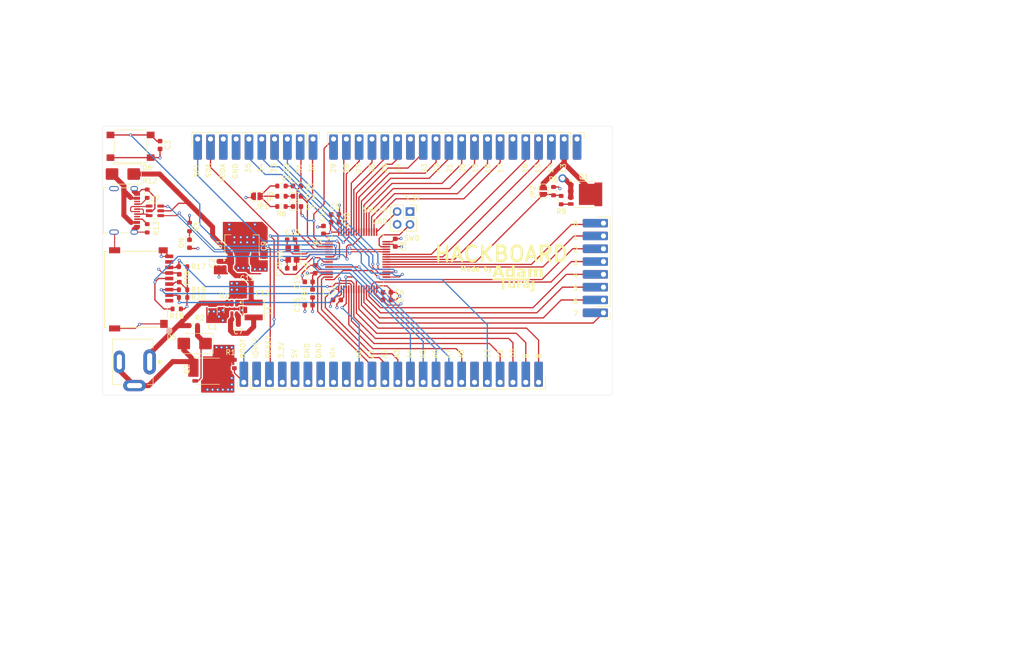
<source format=kicad_pcb>
(kicad_pcb (version 20240108) (generator "pcbnew") (generator_version "8.0")
  (title_block (title "Hackboard") (date "2024-08-05") (rev "v1.0"))
  (layers (0 "F.Cu" signal) (1 "In1.Cu" power) (2 "In2.Cu" power) (31 "B.Cu" signal) (34 "B.Paste" user) (35 "F.Paste" user) (36 "B.SilkS" user "B.Silkscreen") (37 "F.SilkS" user "F.Silkscreen") (38 "B.Mask" user) (39 "F.Mask" user) (44 "Edge.Cuts" user))
  (net 0 "")
  (net 1 "VCC")
  (net 2 "GND")
  (net 3 "+5V")
  (net 4 "RESET")
  (net 5 "+3V3")
  (net 6 "Net-(U2-BST)")
  (net 7 "Net-(U2-SW)")
  (net 8 "VDDA")
  (net 9 "Net-(D1-K)")
  (net 10 "Net-(D2-K)")
  (net 11 "Net-(D3-K)")
  (net 12 "Net-(D4-K)")
  (net 13 "Net-(D6-A)")
  (net 14 "DAC_A8")
  (net 15 "BOOT")
  (net 16 "SD_MISO_11")
  (net 17 "DAC_A0")
  (net 18 "OPAMP_P_A1")
  (net 19 "ANALOG_A7")
  (net 20 "SD_MOSI_10")
  (net 21 "SD_CS_9")
  (net 22 "OPAMP_N_A2")
  (net 23 "ANALOG_A6")
  (net 24 "OPAMP_OUT_A3")
  (net 25 "I2C_SDA_A4")
  (net 26 "I2C_SCL_A5")
  (net 30 "SPI_CS_PWM_32")
  (net 31 "SPI_SCK_35")
  (net 33 "Net-(J6-D+-PadA6)")
  (net 35 "Net-(J6-D--PadA7)")
  (net 36 "Net-(J6-CC2)")
  (net 37 "Net-(J6-CC1)")
  (net 38 "SW_SWCLK")
  (net 39 "SW_SWDIO")
  (net 40 "Net-(JP1-B)")
  (net 41 "Net-(Q1-G)")
  (net 42 "PWM_6")
  (net 43 "PWM_16")
  (net 44 "PWM_2")
  (net 45 "PWM_3")
  (net 46 "PWM_14")
  (net 47 "PWM_1")
  (net 48 "PWM_13")
  (net 49 "PWM_4")
  (net 50 "PWM_15")
  (net 51 "GPIO_8")
  (net 52 "PWM_0")
  (net 53 "PWM_7")
  (net 54 "GPIO_5")
  (net 55 "Net-(U3-PH1)")
  (net 56 "Net-(U3-PH0)")
  (net 57 "Net-(D5-A)")
  (net 58 "Net-(D5-K)")
  (net 60 "GPIO_31")
  (net 61 "GPIO_30")
  (net 62 "SPI_MOSI_34")
  (net 63 "SPI_MISO_33")
  (net 67 "UART_TX_18")
  (net 68 "GPIO_21")
  (net 69 "UART_RX_19")
  (net 70 "PWM_26")
  (net 71 "PWM_17")
  (net 72 "GPIO_20")
  (net 73 "USB_DN")
  (net 74 "PWM_25")
  (net 75 "USB_DP")
  (net 76 "GPIO_29")
  (net 77 "CAN_RX_27")
  (net 78 "CAN_TX_28")
  (net 79 "PWM_23")
  (net 80 "PWM_24")
  (net 81 "SD_SCK_22")
  (net 82 "PWM_12")
  (net 83 "PWM_13_O")
  (footprint "Capacitor_SMD:C_0603_1608Metric" (layer "F.Cu") (at 139.001 103.694 180)
    (property "Reference" "C19")
    (property "Value" "10pF")
  )
  (footprint "Headers:PinSocket_1x24_P2.54mm_Vertical" (layer "F.Cu") (at 129.634001 126.314 90)
    (property "Reference" "J1" (hide yes))
    (property "Value" "Conn_01x24")
  )
  (footprint "Package_TO_SOT_SMD:LFPAK56" (layer "F.Cu") (at 122.674 124.114)
    (property "Reference" "Q2")
    (property "Value" "PSMN041")
  )
  (footprint "Resistor_SMD:R_0603_1608Metric" (layer "F.Cu") (at 137.097 91.44 180)
    (property "Reference" "R6")
    (property "Value" "240R")
  )
  (footprint "Capacitor_SMD:C_0603_1608Metric" (layer "F.Cu") (at 124.728 103.11 -90)
    (property "Reference" "C2")
    (property "Value" "1uF")
  )
  (footprint "Capacitor_SMD:C_0603_1608Metric" (layer "F.Cu") (at 116.84 105.664 90)
    (property "Reference" "C18")
    (property "Value" "0.1uF")
  )
  (footprint "Resistor_SMD:R_0603_1608Metric" (layer "F.Cu") (at 137.097 87.376 180)
    (property "Reference" "R4")
    (property "Value" "240R")
  )
  (footprint "Oscillator:Oscillator_SMD_Abracon_ASE-4Pin_3.2x2.5mm" (layer "F.Cu") (at 139.255 100.872 90)
    (property "Reference" "Y1")
    (property "Value" "48MHz")
  )
  (footprint "MountingHole:MountingHole_3.2mm_M3" (layer "F.Cu") (at 116.934001 78.054)
    (property "Reference" "H3" (hide yes))
    (property "Value" "MountingHole")
  )
  (footprint "LED_SMD:LED_0603_1608Metric" (layer "F.Cu") (at 140.1705 91.44)
    (property "Reference" "D4")
    (property "Value" "LED")
  )
  (footprint "Capacitor_SMD:C_0603_1608Metric" (layer "F.Cu") (at 127.775 114.808 180)
    (property "Reference" "C7")
    (property "Value" "0.1uF")
  )
  (footprint "Resistor_SMD:R_0603_1608Metric" (layer "F.Cu") (at 117.602 107.95 180)
    (property "Reference" "R19")
    (property "Value" "50k")
  )
  (footprint "MountingHole:MountingHole_3.2mm_M3" (layer "F.Cu") (at 167.734001 108.966)
    (property "Reference" "H2" (hide yes))
    (property "Value" "MountingHole")
  )
  (footprint "Capacitor_SMD:C_0603_1608Metric" (layer "F.Cu") (at 130.315 107.188 180)
    (property "Reference" "C11")
    (property "Value" "22uF")
  )
  (footprint "Connector_BarrelJack:CUI_PJ-002AH" (layer "F.Cu") (at 110.9685 122.261 180)
    (property "Reference" "J7" (hide yes))
    (property "Value" "Barrel_Jack_Switch")
  )
  (footprint "Resistor_SMD:R_0603_1608Metric" (layer "F.Cu") (at 192.532 90.17 90)
    (property "Reference" "R9")
    (property "Value" "220R")
  )
  (footprint "Capacitor_SMD:C_0603_1608Metric" (layer "F.Cu") (at 159.646001 98.616 -90)
    (property "Reference" "C8")
    (property "Value" "0.1uF")
  )
  (footprint "Capacitor_SMD:C_0603_1608Metric" (layer "F.Cu") (at 143.764 103.886 -90)
    (property "Reference" "C15")
    (property "Value" "1uF")
  )
  (footprint "Capacitor_SMD:C_0603_1608Metric" (layer "F.Cu") (at 147.708001 94.552)
    (property "Reference" "C10")
    (property "Value" "0.1uF")
  )
  (footprint "Resistor_SMD:R_0603_1608Metric" (layer "F.Cu") (at 117.602 103.378 180)
    (property "Reference" "R17")
    (property "Value" "50k")
  )
  (footprint "Package_TO_SOT_SMD:TSOT-23-6" (layer "F.Cu") (at 127.267 111.76 -90)
    (property "Reference" "U2")
    (property "Value" "AP63205WU-7")
  )
  (footprint "Connector_Card:CONN9_MSD-1_CUD" (layer "F.Cu") (at 107.103102 107.8753 -90)
    (property "Reference" "J2" (hide yes))
    (property "Value" "Micro_SD_Card")
  )
  (footprint "Capacitor_SMD:C_0603_1608Metric" (layer "F.Cu") (at 113.03 79.248 -90)
    (property "Reference" "C3")
    (property "Value" "0.1uF")
  )
  (footprint "Resistor_SMD:R_0603_1608Metric" (layer "F.Cu") (at 117.602 109.474 180)
    (property "Reference" "R20")
    (property "Value" "50k")
  )
  (footprint "Resistor_SMD:R_0603_1608Metric" (layer "F.Cu") (at 118.872 95.4995 90)
    (property "Reference" "R3")
    (property "Value" "240R")
  )
  (footprint "Resistor_SMD:R_0603_1608Metric" (layer "F.Cu") (at 116.332 111.76 180)
    (property "Reference" "R18")
    (property "Value" "50k")
  )
  (footprint "Capacitor_SMD:C_0603_1608Metric" (layer "F.Cu") (at 157.988 109.982 180)
    (property "Reference" "C4")
    (property "Value" "1uF")
  )
  (footprint "LED_SMD:LED_0603_1608Metric" (layer "F.Cu") (at 118.872 98.8315 -90)
    (property "Reference" "D1" (hide yes))
    (property "Value" "LED")
  )
  (footprint "Resistor_SMD:R_0603_1608Metric" (layer "F.Cu") (at 137.097 89.408 180)
    (property "Reference" "R5")
    (property "Value" "240R")
  )
  (footprint "Headers:PinSocket_1x20_P2.54mm_Vertical" (layer "F.Cu") (at 195.674001 78.054 -90)
    (property "Reference" "J8" (hide yes))
    (property "Value" "Conn_01x20")
  )
  (footprint "Inductor_SMD:L_Vishay_IFSC-1515AH_4x4x1.8mm" (layer "F.Cu") (at 131.585 111.965 90)
    (property "Reference" "L1")
    (property "Value" "2.2uH")
  )
  (footprint "Capacitor_SMD:C_0603_1608Metric" (layer "F.Cu") (at 145.422001 96.076 90)
    (property "Reference" "C13")
    (property "Value" "0.1uF")
  )
  (footprint "Package_TO_SOT_SMD:SOT-23-6" (layer "F.Cu") (at 112.014 92.3)
    (property "Reference" "U7")
    (property "Value" "USBLC6-2SC6")
  )
  (footprint "Inductor_SMD:L_0603_1608Metric" (layer "F.Cu") (at 143.256 108.69925 -90)
    (property "Reference" "FB1")
    (property "Value" "600R@100MHz")
  )
  (footprint "Connector_USB:USB_C_Receptacle_Amphenol_GSB1C4" (layer "F.Cu") (at 103.912 92.202 -90)
    (property "Reference" "J6" (hide yes))
    (property "Value" "USB_C_Receptacle_USB2.0_16P")
  )
  (footprint "Capacitor_SMD:C_0603_1608Metric" (layer "F.Cu") (at 147.708001 93.028)
    (property "Reference" "C5")
    (property "Value" "1uF")
  )
  (footprint "Resistor_SMD:R_0603_1608Metric" (layer "F.Cu") (at 110.49 88.9 90)
    (property "Reference" "R12")
    (property "Value" "5k1")
  )
  (footprint "Package_QFP:LQFP-64_10x10mm_P0.5mm" (layer "F.Cu") (at 152.193001 102.184)
    (property "Reference" "U3")
    (property "Value" "STM32L476RGT6")
  )
  (footprint "Resistor_SMD:R_0603_1608Metric" (layer "F.Cu") (at 110.49 95.758 -90)
    (property "Reference" "R13")
    (property "Value" "5k1")
  )
  (footprint "Capacitor_SMD:C_1206_3216Metric" (layer "F.Cu") (at 123.444 112.268 -90)
    (property "Reference" "C1")
    (property "Value" "10uF")
  )
  (footprint "MountingHole:MountingHole_3.2mm_M3" (layer "F.Cu") (at 115.664001 126.314)
    (property "Reference" "H4" (hide yes))
    (property "Value" "MountingHole")
  )
  (footprint "LED_SMD:LED_0603_1608Metric" (layer "F.Cu") (at 140.1705 89.408)
    (property "Reference" "D3")
    (property "Value" "LED")
  )
  (footprint "Capacitor_SMD:C_0603_1608Metric" (layer "F.Cu") (at 130.315 108.712 180)
    (property "Reference" "C12")
    (property "Value" "22uF")
  )
  (footprint "Capacitor_SMD:C_0603_1608Metric" (layer "F.Cu") (at 142.481 110.98525)
    (property "Reference" "C16")
    (property "Value" "1uF")
  )
  (footprint "Headers:PinSocket_1x08_P2.54mm_Vertical" (layer "F.Cu") (at 200.914 112.522 180)
    (property "Reference" "J4" (hide yes))
    (property "Value" "Conn_01x08")
  )
  (footprint "Diode_SMD:D_SMB" (layer "F.Cu") (at 105.664 85 180)
    (property "Reference" "D6")
    (property "Value" "D_Schottky")
  )
  (footprint "Connector_PinHeader_2.54mm:PinHeader_2x02_P2.54mm_Vertical" (layer "F.Cu") (at 162.565 92.451 -90)
    (property "Reference" "J5" (hide yes))
    (property "Value" "Conn_02x02_Counter_Clockwise")
  )
  (footprint "Capacitor_SMD:C_0603_1608Metric" (layer "F.Cu") (at 139.001 98.044)
    (property "Reference" "C20")
    (property "Value" "10pF")
  )
  (footprint "Diode_SMD:D_SMB" (layer "F.Cu") (at 119.888 118.618 180)
    (property "Reference" "D5")
    (property "Value" "D_Schottky")
  )
  (footprint "Jumper:SolderJumper-2_P1.3mm_Open_RoundedPad1.0x1.5mm" (layer "F.Cu") (at 188.976 88.392 90)
    (property "Reference" "JP2")
    (property "Value" "Jumper_2_Bridged")
  )
  (footprint "Resistor_SMD:R_0603_1608Metric" (layer "F.Cu") (at 119.634 115.062 180)
    (property "Reference" "R2")
    (property "Value" "100k")
  )
  (footprint "Capacitor_SMD:C_0603_1608Metric" (layer "F.Cu") (at 157.988 108.458 180)
    (property "Reference" "C6")
    (property "Value" "0.1uF")
  )
  (footprint "Resistor_SMD:R_0603_1608Metric" (layer "F.Cu") (at 127.762 122.682 90)
    (property "Reference" "R1")
    (property "Value" "10k")
  )
  (footprint "Capacitor_SMD:C_0603_1608Metric" (layer "F.Cu") (at 148.082 109.982 180)
    (property "Reference" "C17")
    (property "Value" "0.1uF")
  )
  (footprint "LED_SMD:LED_0603_1608Metric" (layer "F.Cu") (at 140.1705 87.376)
    (property "Reference" "D2")
    (property "Value" "LED")
  )
  (footprint "Button_Switch_SMD:SW_SPST_PTS645" (layer "F.Cu") (at 107.188 79.502 180)
    (property "Reference" "SW1" (hide yes))
    (property "Value" "SW_SPST")
  )
  (footprint "Capacitor_SMD:C_0603_1608Metric" (layer "F.Cu") (at 133.618 101.84 -90)
    (property "Reference" "C9")
    (property "Value" "4.7uF")
  )
  (footprint "MountingHole:MountingHole_3.2mm_M3" (layer "F.Cu") (at 167.734001 93.294)
    (property "Reference" "H1" (hide yes))
    (property "Value" "MountingHole")
  )
  (footprint "Headers:PinSocket_1x10_P2.54mm_Vertical" (layer "F.Cu") (at 143.350001 78.054 -90)
    (property "Reference" "J3" (hide yes))
    (property "Value" "Conn_01x10")
  )
  (footprint "Package_TO_SOT_SMD:LFPAK56" (layer "F.Cu") (at 197.096 89.034)
    (property "Reference" "Q1")
    (property "Value" "PSMN041")
  )
  (footprint "Package_TO_SOT_SMD:SOT-223-3_TabPin2" (layer "F.Cu") (at 129.272 98.958 90)
    (property "Reference" "U1")
    (property "Value" "AP7361C-33E")
  )
  (footprint "Jumper:SolderJumper-2_P1.3mm_Open_RoundedPad1.0x1.5mm" (layer "F.Cu") (at 132.192 89.408)
    (property "Reference" "JP1")
    (property "Value" "Jumper_2_Bridged")
  )
  (footprint "Capacitor_SMD:C_0603_1608Metric" (layer "F.Cu") (at 142.494 106.38775)
    (property "Reference" "C14")
    (property "Value" "10nF")
  )
  (footprint "Symbol:logo" (layer "F.Cu") (at 183.896 105.664)
    (property "Reference" "G***" (hide yes))
    (property "Value" "LOGO" (hide yes))
  )
  (footprint "Resistor_SMD:R_0603_1608Metric" (layer "F.Cu") (at 191.008 88.392 90)
    (property "Reference" "R8")
    (property "Value" "10k")
  )
  (gr_arc (start 101.694001 76.014) (mid 101.840448 75.660447) (end 102.194001 75.514) (stroke (width 0.05)) (layer "Edge.Cuts"))
  (gr_line (start 102.194001 128.854) (end 202.192 128.854) (stroke (width 0.05)) (layer "Edge.Cuts"))
  (gr_line (start 102.194001 75.514) (end 202.192 75.514) (stroke (width 0.05)) (layer "Edge.Cuts"))
  (gr_arc (start 102.194001 128.854) (mid 101.840448 128.707553) (end 101.694001 128.354) (stroke (width 0.05)) (layer "Edge.Cuts"))
  (gr_arc (start 202.192 75.514) (mid 202.545553 75.660447) (end 202.692 76.014) (stroke (width 0.05)) (layer "Edge.Cuts"))
  (gr_arc (start 202.692 128.354) (mid 202.545553 128.707553) (end 202.192 128.854) (stroke (width 0.05)) (layer "Edge.Cuts"))
  (gr_line (start 101.694001 128.354) (end 101.694001 76.014) (stroke (width 0.05)) (layer "Edge.Cuts"))
  (gr_line (start 202.692 76.014) (end 202.692 128.354) (stroke (width 0.05)) (layer "Edge.Cuts"))
  (gr_text "SCL" (at 120.92 82.804 90) (layer "F.SilkS") (effects (font (size 1 1)) (justify right bottom)))
  (gr_text "GND" (at 154.94 94.996 0) (layer "F.SilkS") (effects (font (size 1 1)) (justify left bottom)))
  (gr_text "VDDA" (at 126 82.804 90) (layer "F.SilkS") (effects (font (size 1 1)) (justify right bottom)))
  (gr_text "2" (at 194.818 100.584 0) (layer "F.SilkS") (effects (font (size 1 1)) (justify left bottom)))
  (gr_text "34" (at 133.604 82.804 90) (layer "F.SilkS") (effects (font (size 1 1)) (justify right bottom)))
  (gr_text "9" (at 186.12 121.666 90) (layer "F.SilkS") (effects (font (size 1 1)) (justify left bottom)))
  (gr_text "RESET" (at 135.128 121.666 90) (layer "F.SilkS") (effects (font (size 1 1)) (justify left bottom)))
  (gr_text "16" (at 185.928 82.804 90) (layer "F.SilkS") (effects (font (size 1 1)) (justify right bottom)))
  (gr_text "24" (at 160.782 82.804 90) (layer "F.SilkS") (effects (font (size 1 1)) (justify right bottom)))
  (gr_text "14" (at 191.008 82.804 90) (layer "F.SilkS") (effects (font (size 1 1)) (justify right bottom)))
  (gr_text "11" (at 181.04 121.666 90) (layer "F.SilkS") (effects (font (size 1 1)) (justify left bottom)))
  (gr_text "A0" (at 153 121.666 90) (layer "F.SilkS") (effects (font (size 1 1)) (justify left bottom)))
  (gr_text "BOOT" (at 130.048 121.666 90) (layer "F.SilkS") (effects (font (size 1 1)) (justify left bottom)))
  (gr_text "19" (at 176.104 82.804 90) (layer "F.SilkS") (effects (font (size 1 1)) (justify right bottom)))
  (gr_text "3" (at 194.818 103.124 0) (layer "F.SilkS") (effects (font (size 1 1)) (justify left bottom)))
  (gr_text "17" (at 181.102 82.804 90) (layer "F.SilkS") (effects (font (size 1 1)) (justify right bottom)))
  (gr_text "25" (at 158.144 82.804 90) (layer "F.SilkS") (effects (font (size 1 1)) (justify right bottom)))
  (gr_text "A8" (at 173.32 121.666 90) (layer "F.SilkS") (effects (font (size 1 1)) (justify left bottom)))
  (gr_text "23" (at 165.944 82.804 90) (layer "F.SilkS") (effects (font (size 1 1)) (justify right bottom)))
  (gr_text "13" (at 193.548 82.804 90) (layer "F.SilkS") (effects (font (size 1 1)) (justify right bottom)))
  (gr_text "SWCLK" (at 153.162 92.71 0) (layer "F.SilkS") (effects (font (size 1 1)) (justify left bottom)))
  (gr_text "ON" (at 117.856 99.822 90) (layer "F.SilkS") (effects (font (size 1 1)) (justify left bottom)))
  (gr_text "A7" (at 170.78 121.666 90) (layer "F.SilkS") (effects (font (size 1 1)) (justify left bottom)))
  (gr_text "GND" (at 142.748 121.666 90) (layer "F.SilkS") (effects (font (size 1 1)) (justify left bottom)))
  (gr_text "22" (at 168.484 82.804 90) (layer "F.SilkS") (effects (font (size 1 1)) (justify right bottom)))
  (gr_text "A1" (at 155.54 121.666 90) (layer "F.SilkS") (effects (font (size 1 1)) (justify left bottom)))
  (gr_text "8" (at 188.66 121.666 90) (layer "F.SilkS") (effects (font (size 1 1)) (justify left bottom)))
  (gr_text "30" (at 143.764 82.804 90) (layer "F.SilkS") (effects (font (size 1 1)) (justify right bottom)))
  (gr_text "Made by" (at 172.466 104.394 0) (layer "F.SilkS") (effects (font (size 1 1) (thickness 0.2) (bold yes)) (justify left bottom)))
  (gr_text "12" (at 178.5 121.666 90) (layer "F.SilkS") (effects (font (size 1 1)) (justify left bottom)))
  (gr_text "A6" (at 168.24 121.666 90) (layer "F.SilkS") (effects (font (size 1 1)) (justify left bottom)))
  (gr_text "GND" (at 145.034 121.666 90) (layer "F.SilkS") (effects (font (size 1 1)) (justify left bottom)))
  (gr_text "10" (at 183.58 121.666 90) (layer "F.SilkS") (effects (font (size 1 1)) (justify left bottom)))
  (gr_text "5V" (at 140.208 121.666 90) (layer "F.SilkS") (effects (font (size 1 1)) (justify left bottom)))
  (gr_text "21" (at 171.024 82.804 90) (layer "F.SilkS") (effects (font (size 1 1)) (justify right bottom)))
  (gr_text "32" (at 138.684 82.804 90) (layer "F.SilkS") (effects (font (size 1 1)) (justify right bottom)))
  (gr_text "28" (at 150.524 82.804 90) (layer "F.SilkS") (effects (font (size 1 1)) (justify right bottom)))
  (gr_text "A2" (at 158.08 121.666 90) (layer "F.SilkS") (effects (font (size 1 1)) (justify left bottom)))
  (gr_text "4" (at 194.818 105.664 0) (layer "F.SilkS") (effects (font (size 1 1)) (justify left bottom)))
  (gr_text "3.3V" (at 161.29 90.424 0) (layer "F.SilkS") (effects (font (size 1 1)) (justify left bottom)))
  (gr_text "1" (at 194.818 98.044 0) (layer "F.SilkS") (effects (font (size 1 1)) (justify left bottom)))
  (gr_text "5" (at 194.818 108.204 0) (layer "F.SilkS") (effects (font (size 1 1)) (justify left bottom)))
  (gr_text "IOREF" (at 132.588 121.666 90) (layer "F.SilkS") (effects (font (size 1 1)) (justify left bottom)))
  (gr_text "Vin" (at 147.828 121.666 90) (layer "F.SilkS") (effects (font (size 1 1)) (justify left bottom)))
  (gr_text "SWD" (at 161.29 98.298 0) (layer "F.SilkS") (effects (font (size 1 1)) (justify left bottom)))
  (gr_text "27" (at 153.064 82.804 90) (layer "F.SilkS") (effects (font (size 1 1)) (justify right bottom)))
  (gr_text "33" (at 136.144 82.804 90) (layer "F.SilkS") (effects (font (size 1 1)) (justify right bottom)))
  (gr_text "0" (at 194.818 95.504 0) (layer "F.SilkS") (effects (font (size 1 1)) (justify left bottom)))
  (gr_text "6" (at 194.818 110.744 0) (layer "F.SilkS") (effects (font (size 1 1)) (justify left bottom)))
  (gr_text "GND" (at 128.54 82.804 90) (layer "F.SilkS") (effects (font (size 1 1)) (justify right bottom)))
  (gr_text "3.3V" (at 137.668 121.666 90) (layer "F.SilkS") (effects (font (size 1 1)) (justify left bottom)))
  (gr_text "A4" (at 163.16 121.666 90) (layer "F.SilkS") (effects (font (size 1 1)) (justify left bottom)))
  (gr_text "31" (at 141.224 82.804 90) (layer "F.SilkS") (effects (font (size 1 1)) (justify right bottom)))
  (gr_text "HACKBOARD" (at 167.132 102.616 0) (layer "F.SilkS") (effects (font (size 3 3) (thickness 0.5) (bold yes)) (justify left bottom)))
  (gr_text "29" (at 147.984 82.804 90) (layer "F.SilkS") (effects (font (size 1 1)) (justify right bottom)))
  (gr_text "26" (at 155.604 82.804 90) (layer "F.SilkS") (effects (font (size 1 1)) (justify right bottom)))
  (gr_text "A3" (at 160.62 121.666 90) (layer "F.SilkS") (effects (font (size 1 1)) (justify left bottom)))
  (gr_text "20" (at 173.564 82.804 90) (layer "F.SilkS") (effects (font (size 1 1)) (justify right bottom)))
  (gr_text "18" (at 178.546 82.804 90) (layer "F.SilkS") (effects (font (size 1 1)) (justify right bottom)))
  (gr_text "SDA" (at 123.206 82.804 90) (layer "F.SilkS") (effects (font (size 1 1)) (justify right bottom)))
  (gr_text "7" (at 194.818 113.284 0) (layer "F.SilkS") (effects (font (size 1 1)) (justify left bottom)))
  (gr_text "15" (at 188.468 82.804 90) (layer "F.SilkS") (effects (font (size 1 1)) (justify right bottom)))
  (gr_text "35" (at 131.064 82.804 90) (layer "F.SilkS") (effects (font (size 1 1)) (justify right bottom)))
  (gr_text "A5" (at 165.7 121.666 90) (layer "F.SilkS") (effects (font (size 1 1)) (justify left bottom)))
  (segment (start 116.586 115.062) (end 118.809 115.062) (width 1) (layer "F.Cu") (net 1))
  (segment (start 116.586 115.062) (end 121.0255 110.6225) (width 1) (layer "F.Cu") (net 1))
  (segment (start 193.154 85.852) (end 194.426 87.124) (width 1) (layer "F.Cu") (net 1))
  (segment (start 121.0255 110.6225) (end 127.217 110.6225) (width 1) (layer "F.Cu") (net 1))
  (segment (start 110.9685 122.261) (end 110.9685 120.6795) (width 1) (layer "F.Cu") (net 1))
  (segment (start 192.786 85.852) (end 193.154 85.852) (width 1) (layer "F.Cu") (net 1))
  (segment (start 194.426 87.124) (end 194.426 89.674) (width 1) (layer "F.Cu") (net 1))
  (segment (start 110.9685 120.6795) (end 116.586 115.062) (width 1) (layer "F.Cu") (net 1))
  (via (at 192.786 85.852) (size 1.6) (drill 1) (layers "F.Cu" "B.Cu") (net 1))
  (segment (start 113.284 100.497804) (end 113.653406 100.128398) (width 0.2) (layer "F.Cu") (net 2))
  (segment (start 130.048 89.662) (end 131.288 89.662) (width 0.2) (layer "F.Cu") (net 2))
  (segment (start 148.943001 96.509) (end 148.943001 95.012) (width 0.25) (layer "F.Cu") (net 2))
  (segment (start 145.219001 95.504) (end 145.422001 95.301) (width 0.25) (layer "F.Cu") (net 2))
  (segment (start 116.84 104.889) (end 116.576291 104.625291) (width 0.25) (layer "F.Cu") (net 2))
  (segment (start 124.728 105.396) (end 124.714 105.41) (width 0.2) (layer "F.Cu") (net 2))
  (segment (start 124.728 103.885) (end 124.728 105.396) (width 0.2) (layer "F.Cu") (net 2))
  (segment (start 107.912 88.427) (end 108.287 88.802) (width 1) (layer "F.Cu") (net 2))
  (segment (start 146.812 110.477) (end 147.307 109.982) (width 0.2) (layer "F.Cu") (net 2))
  (segment (start 113.515291 104.625291) (end 114.854801 104.625291) (width 0.2) (layer "F.Cu") (net 2))
  (segment (start 141.732 112.268) (end 141.732 111.01125) (width 0.2) (layer "F.Cu") (net 2))
  (segment (start 142.761 103.111) (end 143.764 103.111) (width 0.25) (layer "F.Cu") (net 2))
  (segment (start 141.224 105.89275) (end 141.719 106.38775) (width 0.2) (layer "F.Cu") (net 2))
  (segment (start 156.723237 109.982) (end 157.213 109.982) (width 0.25) (layer "F.Cu") (net 2))
  (segment (start 103.208 81.752) (end 111.168 81.752) (width 0.25) (layer "F.Cu") (net 2))
  (segment (start 131.318 89.184) (end 131.542 89.408) (width 0.2) (layer "F.Cu") (net 2))
  (segment (start 113.284 101.346) (end 114.834091 101.346) (width 0.2) (layer "F.Cu") (net 2))
  (segment (start 144.587 103.934) (end 143.764 103.111) (width 0.25) (layer "F.Cu") (net 2))
  (segment (start 104.026248 115.6253) (end 108.1487 115.6253) (width 0.2) (layer "F.Cu") (net 2))
  (segment (start 111.168 81.752) (end 112.994 81.752) (width 0.25) (layer "F.Cu") (net 2))
  (segment (start 113.657909 100.128398) (end 114.854801 101.32529) (width 0.2) (layer "F.Cu") (net 2))
  (segment (start 148.628 109.182) (end 148.107 109.182) (width 0.25) (layer "F.Cu") (net 2))
  (segment (start 138.244 102.108) (end 138.43 101.922) (width 0.2) (layer "F.Cu") (net 2))
  (segment (start 118.872 93.218) (end 118.872 94.6745) (width 0.25) (layer "F.Cu") (net 2))
  (segment (start 108.287 88.802) (end 108.487 88.802) (width 1) (layer "F.Cu") (net 2))
  (segment (start 110.429 96.522) (end 110.49 96.583) (width 0.2) (layer "F.Cu") (net 2))
  (segment (start 107.912 95.977) (end 108.287 95.602) (width 1) (layer "F.Cu") (net 2))
  (segment (start 140.08 98.348) (end 139.776 98.044) (width 0.25) (layer "F.Cu") (net 2))
  (segment (start 108.1487 115.6253) (end 108.966 114.808) (width 0.2) (layer "F.Cu") (net 2))
  (segment (start 141.224 105.156) (end 141.224 105.89275) (width 0.2) (layer "F.Cu") (net 2))
  (segment (start 109.414 88.075) (end 108.487 89.002) (width 0.25) (layer "F.Cu") (net 2))
  (segment (start 141.224 105.156) (end 141.224 104.648) (width 0.25) (layer "F.Cu") (net 2))
  (segment (start 157.868001 98.934) (end 159.189001 98.934) (width 0.25) (layer "F.Cu") (net 2))
  (segment (start 148.483001 94.552) (end 148.483001 93.028) (width 0.25) (layer "F.Cu") (net 2))
  (segment (start 104.026248 100.1253) (end 104.026248 96.636248) (width 0.2) (layer "F.Cu") (net 2))
  (segment (start 138.226 102.126) (end 138.43 101.922) (width 0.25) (layer "F.Cu") (net 2))
  (segment (start 140.08 99.822) (end 140.08 98.348) (width 0.25) (layer "F.Cu") (net 2))
  (segment (start 155.443001 107.859) (end 155.443001 108.701764) (width 0.25) (layer "F.Cu") (net 2))
  (segment (start 148.107 109.182) (end 147.307 109.982) (width 0.25) (layer "F.Cu") (net 2))
  (segment (start 148.59 91.186) (end 148.59 92.921001) (width 0.25) (layer "F.Cu") (net 2))
  (segment (start 113.284 101.346) (end 113.284 100.497804) (width 0.2) (layer "F.Cu") (net 2))
  (segment (start 148.943001 95.012) (end 148.483001 94.552) (width 0.25) (layer "F.Cu") (net 2))
  (segment (start 112.014 89.599) (end 110.49 88.075) (width 0.25) (layer "F.Cu") (net 2))
  (segment (start 157.213 109.982) (end 158.229 110.998) (width 0.2) (layer "F.Cu") (net 2))
  (segment (start 112.014 91.824999) (end 112.014 89.599) (width 0.25) (layer "F.Cu") (net 2))
  (segment (start 104.026248 96.636248) (end 103.912 96.522) (width 0.2) (layer "F.Cu") (net 2))
  (segment (start 159.189001 98.934) (end 159.646001 99.391) (width 0.25) (layer "F.Cu") (net 2))
  (segment (start 113.804098 114.725384) (end 109.048616 114.725384) (width 0.2) (layer "F.Cu") (net 2))
  (segment (start 158.229 110.998) (end 160.528 110.998) (width 0.2) (layer "F.Cu") (net 2))
  (segment (start 139.446 96.266) (end 139.446 97.714) (width 0.2) (layer "F.Cu") (net 2))
  (segment (start 108.287 95.602) (end 108.487 95.602) (width 1) (layer "F.Cu") (net 2))
  (segment (start 139.446 97.714) (end 139.776 98.044) (width 0.2) (layer "F.Cu") (net 2))
  (segment (start 113.03 80.023) (end 113.03 81.788) (width 0.25) (layer "F.Cu") (net 2))
  (segment (start 160.909 99.441) (end 160.859 99.391) (width 0.25) (layer "F.Cu") (net 2))
  (segment (start 160.859 99.391) (end 159.646001 99.391) (width 0.25) (layer "F.Cu") (net 2))
  (segment (start 116.576291 104.625291) (end 114.854801 104.625291) (width 0.25) (layer "F.Cu") (net 2))
  (segment (start 113.653406 100.128398) (end 113.657909 100.128398) (width 0.2) (layer "F.Cu") (net 2))
  (segment (start 107.912 96.522) (end 107.912 95.977) (width 1) (layer "F.Cu") (net 2))
  (segment (start 148.59 92.921001) (end 148.483001 93.028) (width 0.25) (layer "F.Cu") (net 2))
  (segment (start 138.226 103.694) (end 138.226 102.126) (width 0.25) (layer "F.Cu") (net 2))
  (segment (start 112.994 81.752) (end 113.03 81.788) (width 0.25) (layer "F.Cu") (net 2))
  (segment (start 141.732 111.01125) (end 141.706 110.98525) (width 0.2) (layer "F.Cu") (net 2))
  (segment (start 137.16 102.108) (end 138.244 102.108) (width 0.2) (layer "F.Cu") (net 2))
  (segment (start 146.518001 103.934) (end 144.587 103.934) (width 0.25) (layer "F.Cu") (net 2))
  (segment (start 109.048616 114.725384) (end 108.966 114.808) (width 0.2) (layer "F.Cu") (net 2))
  (segment (start 107.912 96.522) (end 110.429 96.522) (width 0.2) (layer "F.Cu") (net 2))
  (segment (start 191.008 87.567) (end 191.961 87.567) (width 0.25) (layer "F.Cu") (net 2))
  (segment (start 107.912 87.882) (end 107.912 88.427) (width 1) (layer "F.Cu") (net 2))
  (segment (start 157.213 108.458) (end 157.213 109.982) (width 0.25) (layer "F.Cu") (net 2))
  (segment (start 114.834091 101.346) (end 114.854801 101.32529) (width 0.2) (layer "F.Cu") (net 2))
  (segment (start 148.943001 107.859) (end 148.943001 108.866999) (width 0.25) (layer "F.Cu") (net 2))
  (segment (start 110.49 88.075) (end 109.414 88.075) (width 0.25) (layer "F.Cu") (net 2))
  (segment (start 110.8765 92.3) (end 111.538999 92.3) (width 0.25) (layer "F.Cu") (net 2))
  (segment (start 141.224 104.648) (end 142.761 103.111) (width 0.25) (layer "F.Cu") (net 2))
  (segment (start 131.288 89.662) (end 131.542 89.408) (width 0.2) (layer "F.Cu") (net 2))
  (segment (start 155.443001 108.701764) (end 156.723237 109.982) (width 0.25) (layer "F.Cu") (net 2))
  (segment (start 160.528 110.998) (end 160.782 110.744) (width 0.2) (layer "F.Cu") (net 2))
  (segment (start 191.961 87.567) (end 192.278 87.884) (width 0.25) (layer "F.Cu") (net 2))
  (segment (start 146.812 111.252) (end 146.812 110.477) (width 0.2) (layer "F.Cu") (net 2))
  (segment (start 148.943001 108.866999) (end 148.628 109.182) (width 0.25) (layer "F.Cu") (net 2))
  (segment (start 111.538999 92.3) (end 112.014 91.824999) (width 0.25) (layer "F.Cu") (net 2))
  (segment (start 112.776 103.886) (end 113.515291 104.625291) (width 0.2) (layer "F.Cu") (net 2))
  (segment (start 144.272 95.504) (end 145.219001 95.504) (width 0.25) (layer "F.Cu") (net 2))
  (via (at 122.428 127.762) (size 0.6) (drill 0.3) (layers "F.Cu" "B.Cu") (net 2))
  (via (at 192.278 87.884) (size 0.6) (drill 0.3) (layers "F.Cu" "B.Cu") (net 2))
  (via (at 129.032 98.552) (size 0.6) (drill 0.3) (layers "F.Cu" "B.Cu") (net 2))
  (via (at 141.732 112.268) (size 0.6) (drill 0.3) (layers "F.Cu" "B.Cu") (net 2))
  (via (at 129.54 103.632) (size 0.6) (drill 0.3) (layers "F.Cu" "B.Cu") (net 2))
  (via (at 127.254 127.762) (size 0.6) (drill 0.3) (layers "F.Cu" "B.Cu") (net 2))
  (via (at 113.284 101.346) (size 0.6) (drill 0.3) (layers "F.Cu" "B.Cu") (net 2))
  (via (at 124.206 119.38) (size 0.6) (drill 0.3) (layers "F.Cu" "B.Cu") (net 2))
  (via (at 126.238 119.38) (size 0.6) (drill 0.3) (layers "F.Cu" "B.Cu") (net 2))
  (via (at 131.572 98.552) (size 0.6) (drill 0.3) (layers "F.Cu" "B.Cu") (net 2))
  (via (at 130.302 98.552) (size 0.6) (drill 0.3) (layers "F.Cu" "B.Cu") (net 2))
  (via (at 127.762 98.552) (size 0.6) (drill 0.3) (layers "F.Cu" "B.Cu") (net 2))
  (via (at 122.682 112.268) (size 0.6) (drill 0.3) (layers "F.Cu" "B.Cu") (net 2))
  (via (at 141.224 105.156) (size 0.6) (drill 0.3) (layers "F.Cu" "B.Cu") (net 2))
  (via (at 160.782 110.744) (size 0.6) (drill 0.3) (layers "F.Cu" "B.Cu") (net 2))
  (via (at 126.492 127.762) (size 0.6) (drill 0.3) (layers "F.Cu" "B.Cu") (net 2))
  (via (at 131.826 94.996) (size 0.6) (drill 0.3) (layers "F.Cu" "B.Cu") (net 2))
  (via (at 125.222 119.38) (size 0.6) (drill 0.3) (layers "F.Cu" "B.Cu") (net 2))
  (via (at 127.254 107.95) (size 0.6) (drill 0.3) (layers "F.Cu" "B.Cu") (net 2))
  (via (at 127.254 126.746) (size 0.6) (drill 0.3) (layers "F.Cu" "B.Cu") (net 2))
  (via (at 128.27 107.95) (size 0.6) (drill 0.3) (layers "F.Cu" "B.Cu") (net 2))
  (via (at 160.909 99.441) (size 0.6) (drill 0.3) (layers "F.Cu" "B.Cu") (net 2))
  (via (at 144.272 95.504) (size 0.6) (drill 0.3) (layers "F.Cu" "B.Cu") (net 2))
  (via (at 127.254 106.68) (size 0.6) (drill 0.3) (layers "F.Cu" "B.Cu") (net 2))
  (via (at 131.572 97.536) (size 0.6) (drill 0.3) (layers "F.Cu" "B.Cu") (net 2))
  (via (at 108.966 114.808) (size 0.6) (drill 0.3) (layers "F.Cu" "B.Cu") (net 2))
  (via (at 139.446 96.266) (size 0.6) (drill 0.3) (layers "F.Cu" "B.Cu") (net 2))
  (via (at 113.03 81.788) (size 0.6) (drill 0.3) (layers "F.Cu" "B.Cu") (net 2))
  (via (at 124.714 105.41) (size 0.6) (drill 0.3) (layers "F.Cu" "B.Cu") (net 2))
  (via (at 123.698 112.268) (size 0.6) (drill 0.3) (layers "F.Cu" "B.Cu") (net 2))
  (via (at 124.46 127.762) (size 0.6) (drill 0.3) (layers "F.Cu" "B.Cu") (net 2))
  (via (at 129.032 97.536) (size 0.6) (drill 0.3) (layers "F.Cu" "B.Cu") (net 2))
  (via (at 146.812 111.252) (size 0.6) (drill 0.3) (layers "F.Cu" "B.Cu") (net 2))
  (via (at 127.762 97.536) (size 0.6) (drill 0.3) (layers "F.Cu" "B.Cu") (net 2))
  (via (at 124.714 112.268) (size 0.6) (drill 0.3) (layers "F.Cu" "B.Cu") (net 2))
  (via (at 148.59 91.186) (size 0.6) (drill 0.3) (layers "F.Cu" "B.Cu") (net 2))
  (via (at 130.048 89.662) (size 0.6) (drill 0.3) (layers "F.Cu" "B.Cu") (net 2))
  (via (at 127.254 125.476) (size 0.6) (drill 0.3) (layers "F.Cu" "B.Cu") (net 2))
  (via (at 128.27 106.68) (size 0.6) (drill 0.3) (layers "F.Cu" "B.Cu") (net 2))
  (via (at 124.714 113.284) (size 0.6) (drill 0.3) (layers "F.Cu" "B.Cu") (net 2))
  (via (at 126.746 96.012) (size 0.6) (drill 0.3) (layers "F.Cu" "B.Cu") (net 2))
  (via (at 112.776 103.886) (size 0.6) (drill 0.3) (layers "F.Cu" "B.Cu") (net 2))
  (via (at 130.302 97.536) (size 0.6) (drill 0.3) (layers "F.Cu" "B.Cu") (net 2))
  (via (at 118.872 93.218) (size 0.6) (drill 0.3) (layers "F.Cu" "B.Cu") (net 2))
  (via (at 125.476 114.046) (size 0.6) (drill 0.3) (layers "F.Cu" "B.Cu") (net 2))
  (via (at 137.16 102.108) (size 0.6) (drill 0.3) (layers "F.Cu" "B.Cu") (net 2))
  (via (at 123.444 127.762) (size 0.6) (drill 0.3) (layers "F.Cu" "B.Cu") (net 2))
  (via (at 127.254 119.38) (size 0.6) (drill 0.3) (layers "F.Cu" "B.Cu") (net 2))
  (via (at 129.286 112.014) (size 0.6) (drill 0.3) (layers "F.Cu" "B.Cu") (net 2))
  (via (at 130.556 103.632) (size 0.6) (drill 0.3) (layers "F.Cu" "B.Cu") (net 2))
  (via (at 125.476 127.762) (size 0.6) (drill 0.3) (layers "F.Cu" "B.Cu") (net 2))
  (via (at 128.524 103.632) (size 0.6) (drill 0.3) (layers "F.Cu" "B.Cu") (net 2))
  (via (at 125.476 112.014) (size 0.6) (drill 0.3) (layers "F.Cu" "B.Cu") (net 2))
  (via (at 126.746 94.996) (size 0.6) (drill 0.3) (layers "F.Cu" "B.Cu") (net 2))
  (segment (start 131.09 107.188) (end 131.09 106.452) (width 1) (layer "F.Cu") (net 3))
  (segment (start 126.972 104.112) (end 126.972 102.108) (width 1) (layer "F.Cu") (net 3))
  (segment (start 131.09 106.452) (end 129.794 105.156) (width 1) (layer "F.Cu") (net 3))
  (segment (start 126.972 100.81) (end 126.972 102.108) (width 1) (layer "F.Cu") (net 3))
  (segment (start 118.745 90.805) (end 123.444 95.504) (width 1) (layer "F.Cu") (net 3))
  (segment (start 112.94 85) (end 118.745 90.805) (width 1) (layer "F.Cu") (net 3))
  (segment (start 128.4765 110.49) (end 128.344 110.6225) (width 1) (layer "F.Cu") (net 3))
  (segment (start 131.09 107.188) (end 131.09 109.995) (width 1) (layer "F.Cu") (net 3))
  (segment (start 123.444 97.282) (end 126.972 100.81) (width 1) (layer "F.Cu") (net 3))
  (segment (start 129.794 105.156) (end 128.016 105.156) (width 1) (layer "F.Cu") (net 3))
  (segment (start 123.444 95.504) (end 123.444 97.282) (width 1) (layer "F.Cu") (net 3))
  (segment (start 107.814 85) (end 112.94 85) (width 1) (layer "F.Cu") (net 3))
  (segment (start 116.713 90.805) (end 118.745 90.805) (width 0.25) (layer "F.Cu") (net 3))
  (segment (start 126.745 102.335) (end 126.972 102.108) (width 1) (layer "F.Cu") (net 3))
  (segment (start 128.016 105.156) (end 126.972 104.112) (width 1) (layer "F.Cu") (net 3))
  (segment (start 115.218 92.3) (end 116.713 90.805) (width 0.25) (layer "F.Cu") (net 3))
  (segment (start 124.728 102.335) (end 126.745 102.335) (width 1) (layer "F.Cu") (net 3))
  (segment (start 113.1515 92.3) (end 115.218 92.3) (width 0.25) (layer "F.Cu") (net 3))
  (segment (start 131.09 109.995) (end 131.585 110.49) (width 1) (layer "F.Cu") (net 3))
  (segment (start 131.585 110.49) (end 128.4765 110.49) (width 1) (layer "F.Cu") (net 3))
  (segment (start 111.168 77.252) (end 103.208 77.252) (width 0.25) (layer "F.Cu") (net 4))
  (segment (start 134.366 99.314) (end 134.874 99.822) (width 0.25) (layer "F.Cu") (net 4))
  (segment (start 147.828 100.966765) (end 147.828 99.314) (width 0.25) (layer "F.Cu") (net 4))
  (segment (start 134.874 126.154001) (end 134.714001 126.314) (width 0.25) (layer "F.Cu") (net 4))
  (segment (start 112.389 78.473) (end 111.168 77.252) (width 0.25) (layer "F.Cu") (net 4))
  (segment (start 147.360765 101.434) (end 147.828 100.966765) (width 0.25) (layer "F.Cu") (net 4))
  (segment (start 134.874 99.822) (end 134.874 126.154001) (width 0.25) (layer "F.Cu") (net 4))
  (segment (start 146.518001 101.434) (end 147.360765 101.434) (width 0.25) (layer "F.Cu") (net 4))
  (segment (start 113.03 78.473) (end 112.389 78.473) (width 0.25) (layer "F.Cu") (net 4))
  (via (at 134.366 99.314) (size 0.6) (drill 0.3) (layers "F.Cu" "B.Cu") (net 4))
  (via (at 147.828 99.314) (size 0.6) (drill 0.3) (layers "F.Cu" "B.Cu") (net 4))
  (via (at 107.188 77.252) (size 0.6) (drill 0.3) (layers "F.Cu" "B.Cu") (net 4))
  (segment (start 147.574 99.06) (end 147.828 99.314) (width 0.25) (layer "B.Cu") (net 4))
  (segment (start 120.904 94.996) (end 120.904 90.968) (width 0.25) (layer "B.Cu") (net 4))
  (segment (start 125.222 99.314) (end 120.904 94.996) (width 0.25) (layer "B.Cu") (net 4))
  (segment (start 134.366 99.314) (end 134.62 99.06) (width 0.25) (layer "B.Cu") (net 4))
  (segment (start 134.62 99.06) (end 147.574 99.06) (width 0.25) (layer "B.Cu") (net 4))
  (segment (start 120.904 90.968) (end 107.188 77.252) (width 0.25) (layer "B.Cu") (net 4))
  (segment (start 134.366 99.314) (end 125.222 99.314) (width 0.25) (layer "B.Cu") (net 4))
  (segment (start 158.763 108.458) (end 159.766 108.458) (width 0.25) (layer "F.Cu") (net 5))
  (segment (start 118.364 111.252) (end 118.364 109.537) (width 0.25) (layer "F.Cu") (net 5))
  (segment (start 149.443001 107.859) (end 149.443001 109.395999) (width 0.25) (layer "F.Cu") (net 5))
  (segment (start 116.065 106.439) (end 115.57 106.934) (width 0.25) (layer "F.Cu") (net 5))
  (segment (start 160.528 109.22) (end 159.766 109.982) (width 0.25) (layer "F.Cu") (net 5))
  (segment (start 118.427 107.95) (end 118.427 103.378) (width 0.25) (layer "F.Cu") (net 5))
  (segment (start 119.018809 99.765809) (end 118.872 99.619) (width 0.25) (layer "F.Cu") (net 5))
  (segment (start 146.812 96.52) (end 148.336 96.52) (width 0.25) (layer "F.Cu") (net 5))
  (segment (start 148.082 110.757) (end 148.857 109.982) (width 0.25) (layer "F.Cu") (net 5))
  (segment (start 148.082 111.506) (end 148.082 110.757) (width 0.25) (layer "F.Cu") (net 5))
  (segment (start 148.395001 96.460999) (end 146.933001 94.999) (width 0.25) (layer "F.Cu") (net 5))
  (segment (start 159.646001 97.841) (end 160.731 97.841) (width 0.25) (layer "F.Cu") (net 5))
  (segment (start 146.518001 97.947) (end 145.422001 96.851) (width 0.25) (layer "F.Cu") (net 5))
  (segment (start 148.443001 96.509) (end 148.395001 96.460999) (width 0.25) (layer "F.Cu") (net 5))
  (segment (start 146.812 96.52) (end 146.812 94.673001) (width 0.25) (layer "F.Cu") (net 5))
  (segment (start 120.522985 99.765809) (end 119.018809 99.765809) (width 0.25) (layer "F.Cu") (net 5))
  (segment (start 146.518001 98.434) (end 146.518001 97.947) (width 0.25) (layer "F.Cu") (net 5))
  (segment (start 158.763 108.458) (end 158.763 109.982) (width 0.25) (layer "F.Cu") (net 5))
  (segment (start 143.256 112.268) (end 143.256 110.98525) (width 0.25) (layer "F.Cu") (net 5))
  (segment (start 148.336 96.52) (end 148.395001 96.460999) (width 0.25) (layer "F.Cu") (net 5))
  (segment (start 114.96351 106.934) (end 114.854801 106.825291) (width 0.25) (layer "F.Cu") (net 5))
  (segment (start 116.84 106.439) (end 116.916 106.439) (width 0.25) (layer "F.Cu") (net 5))
  (segment (start 116.916 106.439) (end 118.427 107.95) (width 0.25) (layer "F.Cu") (net 5))
  (segment (start 143.256 111.252) (end 143.256 110.98525) (width 0.25) (layer "F.Cu") (net 5))
  (segment (start 145.422001 96.851) (end 146.481 96.851) (width 0.25) (layer "F.Cu") (net 5))
  (segment (start 117.856 111.76) (end 118.364 111.252) (width 0.25) (layer "F.Cu") (net 5))
  (segment (start 158.763 107.963) (end 158.763 108.458) (width 0.25) (layer "F.Cu") (net 5))
  (segment (start 157.988 107.188) (end 158.763 107.963) (width 0.25) (layer "F.Cu") (net 5))
  (segment (start 116.84 106.439) (end 116.065 106.439) (width 0.25) (layer "F.Cu") (net 5))
  (segment (start 159.766 109.982) (end 158.763 109.982) (width 0.25) (layer "F.Cu") (net 5))
  (segment (start 159.766 108.458) (end 160.528 109.22) (width 0.25) (layer "F.Cu") (net 5))
  (segment (start 146.481 96.851) (end 146.812 96.52) (width 0.25) (layer "F.Cu") (net 5))
  (segment (start 155.943001 107.859) (end 156.614001 107.188) (width 0.25) (layer "F.Cu") (net 5))
  (segment (start 143.256 109.48675) (end 143.256 111.252) (width 0.25) (layer "F.Cu") (net 5))
  (segment (start 149.443001 109.395999) (end 148.857 109.982) (width 0.25) (layer "F.Cu") (net 5))
  (segment (start 159.053001 98.434) (end 159.646001 97.841) (width 0.25) (layer "F.Cu") (net 5))
  (segment (start 118.364 109.537) (end 118.427 109.474) (width 0.25) (layer "F.Cu") (net 5))
  (segment (start 118.427 109.474) (end 118.427 107.95) (width 0.25) (layer "F.Cu") (net 5))
  (segment (start 156.614001 107.188) (end 157.988 107.188) (width 0.25) (layer "F.Cu") (net 5))
  (segment (start 146.812 94.673001) (end 146.933001 94.552) (width 0.25) (layer "F.Cu") (net 5))
  (segment (start 146.933001 94.999) (end 146.933001 93.028) (width 0.25) (layer "F.Cu") (net 5))
  (segment (start 115.57 106.934) (end 114.96351 106.934) (width 0.25) (layer "F.Cu") (net 5))
  (segment (start 157.868001 98.434) (end 159.053001 98.434) (width 0.25) (layer "F.Cu") (net 5))
  (segment (start 160.731 97.841) (end 160.782 97.79) (width 0.25) (layer "F.Cu") (net 5))
  (segment (start 117.157 111.76) (end 117.856 111.76) (width 0.25) (layer "F.Cu") (net 5))
  (via (at 160.782 97.79) (size 0.6) (drill 0.3) (layers "F.Cu" "B.Cu") (net 5))
  (via (at 146.812 96.52) (size 0.6) (drill 0.3) (layers "F.Cu" "B.Cu") (net 5))
  (via (at 160.528 109.22) (size 0.6) (drill 0.3) (layers "F.Cu" "B.Cu") (net 5))
  (via (at 133.858 103.886) (size 0.6) (drill 0.3) (layers "F.Cu" "B.Cu") (net 5))
  (via (at 131.826 103.886) (size 0.6) (drill 0.3) (layers "F.Cu" "B.Cu") (net 5))
  (via (at 120.522985 99.765809) (size 0.6) (drill 0.3) (layers "F.Cu" "B.Cu") (net 5))
  (via (at 118.364 111.252) (size 0.6) (drill 0.3) (layers "F.Cu" "B.Cu") (net 5))
  (via (at 148.082 111.506) (size 0.6) (drill 0.3) (layers "F.Cu" "B.Cu") (net 5))
  (via (at 143.256 112.268) (size 0.6) (drill 0.3) (layers "F.Cu" "B.Cu") (net 5))
  (via (at 132.842 103.886) (size 0.6) (drill 0.3) (layers "F.Cu" "B.Cu") (net 5))
  (segment (start 128.55 114.808) (end 128.55 113.1805) (width 1) (layer "F.Cu") (net 6))
  (segment (start 128.55 113.1805) (end 128.267 112.8975) (width 1) (layer "F.Cu") (net 6))
  (segment (start 127 114.083238) (end 127.272619 113.810619) (width 1) (layer "F.Cu") (net 7))
  (segment (start 127.508 116.586) (end 130.302 116.586) (width 1) (layer "F.Cu") (net 7))
  (segment (start 127 116.078) (end 127.508 116.586) (width 1) (layer "F.Cu") (net 7))
  (segment (start 127.267 113.805) (end 127.272619 113.810619) (width 0.5) (layer "F.Cu") (net 7))
  (segment (start 127 114.808) (end 127 116.078) (width 1) (layer "F.Cu") (net 7))
  (segment (start 130.302 116.586) (end 131.585 115.303) (width 1) (layer "F.Cu") (net 7))
  (segment (start 127 114.808) (end 127 114.083238) (width 1) (layer "F.Cu") (net 7))
  (segment (start 127.267 112.8975) (end 127.267 113.805) (width 0.5) (layer "F.Cu") (net 7))
  (segment (start 131.585 115.303) (end 131.585 113.44) (width 1) (layer "F.Cu") (net 7))
  (segment (start 143.256 107.91175) (end 143.256 106.426) (width 0.25) (layer "F.Cu") (net 8))
  (segment (start 143.269 106.38775) (end 143.269 105.156) (width 0.25) (layer "F.Cu") (net 8))
  (segment (start 143.764 104.661) (end 143.991 104.434) (width 0.25) (layer "F.Cu") (net 8))
  (segment (start 143.256 106.40075) (end 143.269 106.38775) (width 0.25) (layer "F.Cu") (net 8))
  (segment (start 143.269 105.156) (end 143.764 104.661) (width 0.25) (layer "F.Cu") (net 8))
  (segment (start 143.256 106.426) (end 143.256 106.40075) (width 0.25) (layer "F.Cu") (net 8))
  (segment (start 143.751 104.648) (end 143.764 104.661) (width 0.25) (layer "F.Cu") (net 8))
  (segment (start 142.24 104.648) (end 143.751 104.648) (width 0.25) (layer "F.Cu") (net 8))
  (segment (start 143.991 104.434) (end 146.518001 104.434) (width 0.25) (layer "F.Cu") (net 8))
  (via (at 142.24 104.648) (size 0.6) (drill 0.3) (layers "F.Cu" "B.Cu") (net 8))
  (segment (start 118.872 96.3245) (end 118.872 98.044) (width 0.25) (layer "F.Cu") (net 9))
  (segment (start 137.922 87.376) (end 139.383 87.376) (width 0.25) (layer "F.Cu") (net 10))
  (segment (start 137.922 89.408) (end 139.383 89.408) (width 0.25) (layer "F.Cu") (net 11))
  (segment (start 137.922 91.44) (end 139.383 91.44) (width 0.25) (layer "F.Cu") (net 12))
  (segment (start 108.487 89.802) (end 107.328 89.802) (width 0.5) (layer "F.Cu") (net 13))
  (segment (start 105.864 87.35) (end 103.514 85) (width 1) (layer "F.Cu") (net 13))
  (segment (start 105.864 93.164) (end 105.864 87.35) (width 1) (layer "F.Cu") (net 13))
  (segment (start 107.302 94.602) (end 105.864 93.164) (width 1) (layer "F.Cu") (net 13))
  (segment (start 108.487 94.602) (end 107.302 94.602) (width 0.5) (layer "F.Cu") (net 13))
  (segment (start 107.188 89.662) (end 105.864 88.338) (width 1) (layer "F.Cu") (net 13))
  (segment (start 107.328 89.802) (end 107.188 89.662) (width 0.5) (layer "F.Cu") (net 13))
  (segment (start 105.864 88.338) (end 105.864 87.35) (width 1) (layer "F.Cu") (net 13))
  (segment (start 150.443001 114.883001) (end 155.194 119.634) (width 0.25) (layer "F.Cu") (net 14))
  (segment (start 171.704 119.634) (end 172.814001 120.744001) (width 0.25) (layer "F.Cu") (net 14))
  (segment (start 172.814001 120.744001) (end 172.814001 126.314) (width 0.25) (layer "F.Cu") (net 14))
  (segment (start 150.443001 107.859) (end 150.443001 114.883001) (width 0.25) (layer "F.Cu") (net 14))
  (segment (start 155.194 119.634) (end 171.704 119.634) (width 0.25) (layer "F.Cu") (net 14))
  (segment (start 135.636 113.792) (end 135.636 98.044) (width 0.25) (layer "F.Cu") (net 15))
  (segment (start 127.762 123.507) (end 127.762 124.441999) (width 0.25) (layer "F.Cu") (net 15))
  (segment (start 150.443001 97.460999) (end 149.352 98.552) (width 0.25) (layer "F.Cu") (net 15))
  (segment (start 127.762 124.441999) (end 129.634001 126.314) (width 0.25) (layer "F.Cu") (net 15))
  (segment (start 135.636 98.044) (end 134.874 97.282) (width 0.25) (layer "F.Cu") (net 15))
  (segment (start 150.443001 96.509) (end 150.443001 97.460999) (width 0.25) (layer "F.Cu") (net 15))
  (via (at 149.352 98.552) (size 0.6) (drill 0.3) (layers "F.Cu" "B.Cu") (net 15))
  (via (at 135.636 113.792) (size 0.6) (drill 0.3) (layers "F.Cu" "B.Cu") (net 15))
  (via (at 134.874 97.282) (size 0.6) (drill 0.3) (layers "F.Cu" "B.Cu") (net 15))
  (segment (start 129.634001 120.809999) (end 129.634001 126.314) (width 0.25) (layer "B.Cu") (net 15))
  (segment (start 148.082 97.282) (end 149.352 98.552) (width 0.25) (layer "B.Cu") (net 15))
  (segment (start 135.636 113.792) (end 135.636 114.808) (width 0.25) (layer "B.Cu") (net 15))
  (segment (start 134.874 97.282) (end 148.082 97.282) (width 0.25) (layer "B.Cu") (net 15))
  (segment (start 135.636 114.808) (end 129.634001 120.809999) (width 0.25) (layer "B.Cu") (net 15))
  (segment (start 155.448 118.618) (end 178.308 118.618) (width 0.25) (layer "F.Cu") (net 16))
  (segment (start 116.777 103.378) (end 116.777 102.87) (width 0.25) (layer "F.Cu") (net 16))
  (segment (start 114.854801 103.52529) (end 116.078 103.52529) (width 0.25) (layer "F.Cu") (net 16))
  (segment (start 116.73329 102.87) (end 116.078 103.52529) (width 0.25) (layer "F.Cu") (net 16))
  (segment (start 146.177 107.315) (end 147.193 107.315) (width 0.25) (layer "F.Cu") (net 16))
  (segment (start 116.777 102.171) (end 116.84 102.108) (width 0.25) (layer "F.Cu") (net 16))
  (segment (start 150.943001 107.859) (end 150.943001 114.113001) (width 0.25) (layer "F.Cu") (net 16))
  (segment (start 116.62971 103.52529) (end 116.777 103.378) (width 0.25) (layer "F.Cu") (net 16))
  (segment (start 150.943001 114.113001) (end 155.448 118.618) (width 0.25) (layer "F.Cu") (net 16))
  (segment (start 147.828 106.68) (end 150.606765 106.68) (width 0.25) (layer "F.Cu") (net 16))
  (segment (start 180.434001 120.744001) (end 180.434001 126.314) (width 0.25) (layer "F.Cu") (net 16))
  (segment (start 150.943001 107.016236) (end 150.943001 107.859) (width 0.25) (layer "F.Cu") (net 16))
  (segment (start 150.606765 106.68) (end 150.943001 107.016236) (width 0.25) (layer "F.Cu") (net 16))
  (segment (start 116.777 102.87) (end 116.73329 102.87) (width 0.25) (layer "F.Cu") (net 16))
  (segment (start 147.193 107.315) (end 147.828 106.68) (width 0.25) (layer "F.Cu") (net 16))
  (segment (start 116.078 103.52529) (end 116.62971 103.52529) (width 0.25) (layer "F.Cu") (net 16))
  (segment (start 116.777 102.87) (end 116.777 102.171) (width 0.25) (layer "F.Cu") (net 16))
  (segment (start 178.308 118.618) (end 180.434001 120.744001) (width 0.25) (layer "F.Cu") (net 16))
  (via (at 146.177 107.315) (size 0.6) (drill 0.3) (layers "F.Cu" "B.Cu") (net 16))
  (via (at 116.84 102.108) (size 0.6) (drill 0.3) (layers "F.Cu" "B.Cu") (net 16))
  (segment (start 116.84 102.108) (end 122.047 107.315) (width 0.25) (layer "B.Cu") (net 16))
  (segment (start 122.047 107.315) (end 146.177 107.315) (width 0.25) (layer "B.Cu") (net 16))
  (segment (start 149.943001 110.660999) (end 149.098 111.506) (width 0.25) (layer "F.Cu") (net 17))
  (segment (start 149.943001 107.859) (end 149.943001 110.660999) (width 0.25) (layer "F.Cu") (net 17))
  (via (at 149.098 111.506) (size 0.6) (drill 0.3) (layers "F.Cu" "B.Cu") (net 17))
  (segment (start 149.098 111.506) (end 152.494001 114.902001) (width 0.25) (layer "B.Cu") (net 17))
  (segment (start 152.494001 114.902001) (end 152.494001 126.314) (width 0.25) (layer "B.Cu") (net 17))
  (segment (start 146.518001 104.934) (end 145.002 104.934) (width 0.25) (layer "F.Cu") (net 18))
  (segment (start 155.034001 123.030001) (end 155.034001 126.314) (width 0.25) (layer "F.Cu") (net 18))
  (segment (start 144.272 105.664) (end 144.272 112.268) (width 0.25) (layer "F.Cu") (net 18))
  (segment (start 144.272 112.268) (end 155.034001 123.030001) (width 0.25) (layer "F.Cu") (net 18))
  (segment (start 145.002 104.934) (end 144.272 105.664) (width 0.25) (layer "F.Cu") (net 18))
  (segment (start 152.456 103.434) (end 146.518001 103.434) (width 0.25) (layer "F.Cu") (net 19))
  (via (at 152.456 103.434) (size 0.6) (drill 0.3) (layers "F.Cu" "B.Cu") (net 19))
  (segment (start 152.456 103.434) (end 170.274001 121.252001) (width 0.25) (layer "B.Cu") (net 19))
  (segment (start 170.274001 121.252001) (end 170.274001 126.314) (width 0.25) (layer "B.Cu") (net 19))
  (segment (start 116.752292 107.925292) (end 116.777 107.95) (width 0.25) (layer "F.Cu") (net 20))
  (segment (start 114.854801 107.925292) (end 113.308708 107.925292) (width 0.25) (layer "F.Cu") (net 20))
  (segment (start 113.308708 107.925292) (end 113.284 107.95) (width 0.25) (layer "F.Cu") (net 20))
  (segment (start 151.443001 113.343001) (end 151.443001 107.859) (width 0.25) (layer "F.Cu") (net 20))
  (segment (start 182.974001 126.314) (end 182.974001 118.458001) (width 0.25) (layer "F.Cu") (net 20))
  (segment (start 182.974001 118.458001) (end 182.118 117.602) (width 0.25) (layer "F.Cu") (net 20))
  (segment (start 155.702 117.602) (end 151.443001 113.343001) (width 0.25) (layer "F.Cu") (net 20))
  (segment (start 151.443001 106.739001) (end 151.443001 107.859) (width 0.25) (layer "F.Cu") (net 20))
  (segment (start 150.876 106.172) (end 151.443001 106.739001) (width 0.25) (layer "F.Cu") (net 20))
  (segment (start 148.961 106.172) (end 150.876 106.172) (width 0.25) (layer "F.Cu") (net 20))
  (segment (start 182.118 117.602) (end 155.702 117.602) (width 0.25) (layer "F.Cu") (net 20))
  (segment (start 148.59 105.801) (end 148.961 106.172) (width 0.25) (layer "F.Cu") (net 20))
  (segment (start 114.854801 107.925292) (end 116.752292 107.925292) (width 0.25) (layer "F.Cu") (net 20))
  (via (at 113.284 107.95) (size 0.6) (drill 0.3) (layers "F.Cu" "B.Cu") (net 20))
  (via (at 148.59 105.801) (size 0.6) (drill 0.3) (layers "F.Cu" "B.Cu") (net 20))
  (segment (start 114.046 108.712) (end 146.812 108.712) (width 0.25) (layer "B.Cu") (net 20))
  (segment (start 148.59 106.934) (end 148.59 105.801) (width 0.25) (layer "B.Cu") (net 20))
  (segment (start 146.812 108.712) (end 148.59 106.934) (width 0.25) (layer "B.Cu") (net 20))
  (segment (start 113.284 107.95) (end 114.046 108.712) (width 0.25) (layer "B.Cu") (net 20))
  (segment (start 155.956 116.586) (end 151.943001 112.573001) (width 0.25) (layer "F.Cu") (net 21))
  (segment (start 116.777 110.427) (end 116.84 110.49) (width 0.25) (layer "F.Cu") (net 21))
  (segment (start 116.777 109.474) (end 116.777 110.427) (width 0.25) (layer "F.Cu") (net 21))
  (segment (start 183.642 116.586) (end 155.956 116.586) (width 0.25) (layer "F.Cu") (net 21))
  (segment (start 116.777 109.474) (end 116.777 109.474) (width 0.25) (layer "F.Cu") (net 21))
  (segment (start 116.328292 109.025292) (end 116.586 109.283) (width 0.25) (layer "F.Cu") (net 21))
  (segment (start 151.943001 107.859) (end 151.943001 105.969001) (width 0.25) (layer "F.Cu") (net 21))
  (segment (start 114.854801 109.025292) (end 116.328292 109.025292) (width 0.25) (layer "F.Cu") (net 21))
  (segment (start 116.586 109.474) (end 116.777 109.474) (width 0.25) (layer "F.Cu") (net 21))
  (segment (start 151.943001 112.573001) (end 151.943001 107.859) (width 0.25) (layer "F.Cu") (net 21))
  (segment (start 185.514001 126.314) (end 185.514001 118.458001) (width 0.25) (layer "F.Cu") (net 21))
  (segment (start 185.514001 118.458001) (end 183.642 116.586) (width 0.25) (layer "F.Cu") (net 21))
  (segment (start 116.586 109.283) (end 116.586 109.474) (width 0.25) (layer "F.Cu") (net 21))
  (segment (start 151.384 105.41) (end 149.86 105.41) (width 0.25) (layer "F.Cu") (net 21))
  (segment (start 151.943001 105.969001) (end 151.384 105.41) (width 0.25) (layer "F.Cu") (net 21))
  (via (at 149.86 105.41) (size 0.6) (drill 0.3) (layers "F.Cu" "B.Cu") (net 21))
  (via (at 116.84 110.49) (size 0.6) (drill 0.3) (layers "F.Cu" "B.Cu") (net 21))
  (segment (start 146.558 110.49) (end 116.84 110.49) (width 0.25) (layer "B.Cu") (net 21))
  (segment (start 149.86 105.41) (end 149.86 107.188) (width 0.25) (layer "B.Cu") (net 21))
  (segment (start 149.86 107.188) (end 146.558 110.49) (width 0.25) (layer "B.Cu") (net 21))
  (segment (start 145.034 111.899579) (end 154.546421 121.412) (width 0.25) (layer "F.Cu") (net 22))
  (segment (start 145.518 105.434) (end 145.034 105.918) (width 0.25) (layer "F.Cu") (net 22))
  (segment (start 156.464 121.412) (end 157.574001 122.522001) (width 0.25) (layer "F.Cu") (net 22))
  (segment (start 146.518001 105.434) (end 145.518 105.434) (width 0.25) (layer "F.Cu") (net 22))
  (segment (start 145.034 105.918) (end 145.034 111.899579) (width 0.25) (layer "F.Cu") (net 22))
  (segment (start 157.574001 122.522001) (end 157.574001 126.314) (width 0.25) (layer "F.Cu") (net 22))
  (segment (start 154.546421 121.412) (end 156.464 121.412) (width 0.25) (layer "F.Cu") (net 22))
  (segment (start 145.161 102.997) (end 145.224 102.934) (width 0.25) (layer "F.Cu") (net 23))
  (segment (start 145.224 102.934) (end 146.518001 102.934) (width 0.25) (layer "F.Cu") (net 23))
  (via (at 145.161 102.997) (size 0.6) (drill 0.3) (layers "F.Cu" "B.Cu") (net 23))
  (segment (start 151.003 102.997) (end 167.734001 119.728001) (width 0.25) (layer "B.Cu") (net 23))
  (segment (start 167.734001 119.728001) (end 167.734001 126.314) (width 0.25) (layer "B.Cu") (net 23))
  (segment (start 145.161 102.997) (end 151.003 102.997) (width 0.25) (layer "B.Cu") (net 23))
  (segment (start 145.796 109.474) (end 147.411 107.859) (width 0.25) (layer "F.Cu") (net 24))
  (segment (start 154.94 120.65) (end 145.796 111.506) (width 0.25) (layer "F.Cu") (net 24))
  (segment (start 160.1545 126.314) (end 160.1545 121.8005) (width 0.25) (layer "F.Cu") (net 24))
  (segment (start 159.004 120.65) (end 154.94 120.65) (width 0.25) (layer "F.Cu") (net 24))
  (segment (start 160.1545 121.8005) (end 159.004 120.65) (width 0.25) (layer "F.Cu") (net 24))
  (segment (start 145.796 111.506) (end 145.796 109.474) (width 0.25) (layer "F.Cu") (net 24))
  (segment (start 147.411 107.859) (end 148.443001 107.859) (width 0.25) (layer "F.Cu") (net 24))
  (segment (start 136.398 97.028) (end 123.030001 83.660001) (width 0.25) (layer "F.Cu") (net 25))
  (segment (start 139.954 104.902) (end 137.668 104.902) (width 0.25) (layer "F.Cu") (net 25))
  (segment (start 145.481884 102.434) (end 146.518001 102.434) (width 0.25) (layer "F.Cu") (net 25))
  (segment (start 137.668 104.902) (end 136.398 103.632) (width 0.25) (layer "F.Cu") (net 25))
  (segment (start 143.256 101.6) (end 139.954 104.902) (width 0.25) (layer "F.Cu") (net 25))
  (segment (start 136.398 103.632) (end 136.398 97.028) (width 0.25) (layer "F.Cu") (net 25))
  (segment (start 143.51 101.6) (end 143.256 101.6) (width 0.25) (layer "F.Cu") (net 25))
  (segment (start 143.51 101.6) (end 144.647884 101.6) (width 0.25) (layer "F.Cu") (net 25))
  (segment (start 144.647884 101.6) (end 145.481884 102.434) (width 0.25) (layer "F.Cu") (net 25))
  (segment (start 123.030001 83.660001) (end 123.030001 78.054) (width 0.25) (layer "F.Cu") (net 25))
  (via (at 143.51 101.6) (size 0.6) (drill 0.3) (layers "F.Cu" "B.Cu") (net 25))
  (segment (start 150.622 104.648) (end 162.654001 116.680001) (width 0.25) (layer "B.Cu") (net 25))
  (segment (start 162.654001 116.680001) (end 162.654001 126.314) (width 0.25) (layer "B.Cu") (net 25))
  (segment (start 143.51 101.6) (end 143.51 103.378) (width 0.25) (layer "B.Cu") (net 25))
  (segment (start 143.51 103.378) (end 144.78 104.648) (width 0.25) (layer "B.Cu") (net 25))
  (segment (start 144.78 104.648) (end 150.622 104.648) (width 0.25) (layer "B.Cu") (net 25))
  (segment (start 148.002 101.934) (end 146.518001 101.934) (width 0.25) (layer "F.Cu") (net 26))
  (segment (start 148.59 98.806) (end 148.082 98.298) (width 0.25) (layer "F.Cu") (net 26))
  (segment (start 148.59 101.346) (end 148.59 98.806) (width 0.25) (layer "F.Cu") (net 26))
  (segment (start 148.336 101.6) (end 148.002 101.934) (width 0.25) (layer "F.Cu") (net 26))
  (segment (start 148.336 101.6) (end 148.59 101.346) (width 0.25) (layer "F.Cu") (net 26))
  (segment (start 146.518001 101.934) (end 147.360765 101.934) (width 0.25) (layer "F.Cu") (net 26))
  (via (at 148.082 98.298) (size 0.6) (drill 0.3) (layers "F.Cu" "B.Cu") (net 26))
  (via (at 148.336 101.6) (size 0.6) (drill 0.3) (layers "F.Cu" "B.Cu") (net 26))
  (segment (start 120.490001 85.311001) (end 120.490001 78.054) (width 0.25) (layer "B.Cu") (net 26))
  (segment (start 148.082 98.298) (end 133.477 98.298) (width 0.25) (layer "B.Cu") (net 26))
  (segment (start 165.187445 118.197445) (end 165.187445 126.314) (width 0.25) (layer "B.Cu") (net 26))
  (segment (start 144.78 101.854) (end 144.272 102.362) (width 0.25) (layer "B.Cu") (net 26))
  (segment (start 144.272 103.124) (end 145.034 103.886) (width 0.25) (layer "B.Cu") (net 26))
  (segment (start 150.876 103.886) (end 165.187445 118.197445) (width 0.25) (layer "B.Cu") (net 26))
  (segment (start 133.477 98.298) (end 120.490001 85.311001) (width 0.25) (layer "B.Cu") (net 26))
  (segment (start 148.336 101.6) (end 148.082 101.854) (width 0.25) (layer "B.Cu") (net 26))
  (segment (start 144.272 102.362) (end 144.272 103.124) (width 0.25) (layer "B.Cu") (net 26))
  (segment (start 148.082 101.854) (end 144.78 101.854) (width 0.25) (layer "B.Cu") (net 26))
  (segment (start 145.034 103.886) (end 150.876 103.886) (width 0.25) (layer "B.Cu") (net 26))
  (segment (start 156.21 102.87) (end 156.21 103.632) (width 0.2) (layer "F.Cu") (net 30))
  (segment (start 156.21 103.632) (end 156.512 103.934) (width 0.2) (layer "F.Cu") (net 30))
  (segment (start 156.512 103.934) (end 157.868001 103.934) (width 0.2) (layer "F.Cu") (net 30))
  (via (at 156.21 102.87) (size 0.6) (drill 0.3) (layers "F.Cu" "B.Cu") (net 30))
  (segment (start 138.270001 82.898001) (end 138.270001 78.054) (width 0.25) (layer "B.Cu") (net 30))
  (segment (start 156.21 100.838) (end 138.270001 82.898001) (width 0.25) (layer "B.Cu") (net 30))
  (segment (start 156.21 102.87) (end 156.21 100.838) (width 0.25) (layer "B.Cu") (net 30))
  (segment (start 157.868001 105.434) (end 160.504 105.434) (width 0.2) (layer "F.Cu") (net 31))
  (segment (start 160.504 105.434) (end 161.036 104.902) (width 0.2) (layer "F.Cu") (net 31))
  (via (at 161.036 104.902) (size 0.6) (drill 0.3) (layers "F.Cu" "B.Cu") (net 31))
  (segment (start 152.908 100.838) (end 137.16 85.09) (width 0.25) (layer "B.Cu") (net 31))
  (segment (start 161.036 104.902) (end 160.782 105.156) (width 0.25) (layer "B.Cu") (net 31))
  (segment (start 159.578058 105.156) (end 159.070058 104.648) (width 0.25) (layer "B.Cu") (net 31))
  (segment (start 152.908 102.616) (end 152.908 100.838) (width 0.25) (layer "B.Cu") (net 31))
  (segment (start 137.16 85.09) (end 133.858 85.09) (width 0.25) (layer "B.Cu") (net 31))
  (segment (start 133.858 85.09) (end 130.650001 81.882001) (width 0.25) (layer "B.Cu") (net 31))
  (segment (start 130.650001 81.882001) (end 130.650001 78.054) (width 0.25) (layer "B.Cu") (net 31))
  (segment (start 154.94 104.648) (end 152.908 102.616) (width 0.25) (layer "B.Cu") (net 31))
  (segment (start 160.782 105.156) (end 159.578058 105.156) (width 0.25) (layer "B.Cu") (net 31))
  (segment (start 159.070058 104.648) (end 154.94 104.648) (width 0.25) (layer "B.Cu") (net 31))
  (segment (start 110.5785 92.952) (end 110.8765 93.25) (width 0.2) (layer "F.Cu") (net 33))
  (segment (start 109.728 92.75) (end 109.526 92.952) (width 0.2) (layer "F.Cu") (net 33))
  (segment (start 109.522 91.952) (end 109.728 92.158) (width 0.2) (layer "F.Cu") (net 33))
  (segment (start 109.526 92.952) (end 108.487 92.952) (width 0.2) (layer "F.Cu") (net 33))
  (segment (start 108.487 91.952) (end 109.522 91.952) (width 0.2) (layer "F.Cu") (net 33))
  (segment (start 109.728 92.158) (end 109.728 92.75) (width 0.2) (layer "F.Cu") (net 33))
  (segment (start 108.487 92.952) (end 110.5785 92.952) (width 0.2) (layer "F.Cu") (net 33))
  (segment (start 110.7745 91.452) (end 110.8765 91.35) (width 0.2) (layer "F.Cu") (net 35))
  (segment (start 107.188 92.273) (end 107.188 91.694) (width 0.2) (layer "F.Cu") (net 35))
  (segment (start 108.487 92.452) (end 107.367 92.452) (width 0.2) (layer "F.Cu") (net 35))
  (segment (start 108.487 91.452) (end 110.7745 91.452) (width 0.2) (layer "F.Cu") (net 35))
  (segment (start 107.43 91.452) (end 108.487 91.452) (width 0.2) (layer "F.Cu") (net 35))
  (segment (start 107.367 92.452) (end 107.188 92.273) (width 0.2) (layer "F.Cu") (net 35))
  (segment (start 107.188 91.694) (end 107.43 91.452) (width 0.2) (layer "F.Cu") (net 35))
  (segment (start 108.487 93.952) (end 109.509 93.952) (width 0.25) (layer "F.Cu") (net 36))
  (segment (start 109.509 93.952) (end 110.49 94.933) (width 0.25) (layer "F.Cu") (net 36))
  (segment (start 108.487 90.952) (end 109.312 90.952) (width 0.2) (layer "F.Cu") (net 37))
  (segment (start 109.312 90.952) (end 110.49 89.774) (width 0.2) (layer "F.Cu") (net 37))
  (segment (start 110.49 89.774) (end 110.49 89.725) (width 0.2) (layer "F.Cu") (net 37))
  (segment (start 155.943001 96.509) (end 160.001001 92.451) (width 0.25) (layer "F.Cu") (net 38))
  (segment (start 160.001001 92.451) (end 160.025 92.451) (width 0.25) (layer "F.Cu") (net 38))
  (segment (start 157.188 97.066) (end 156.464 97.79) (width 0.25) (layer "F.Cu") (net 39))
  (segment (start 156.464 99.093382) (end 156.804618 99.434) (width 0.25) (layer "F.Cu") (net 39))
  (segment (start 162.565 94.991) (end 160.49 97.066) (width 0.25) (layer "F.Cu") (net 39))
  (segment (start 156.464 97.79) (end 156.464 99.093382) (width 0.25) (layer "F.Cu") (net 39))
  (segment (start 156.804618 99.434) (end 157.868001 99.434) (width 0.25) (layer "F.Cu") (net 39))
  (segment (start 160.49 97.066) (end 157.188 97.066) (width 0.25) (layer "F.Cu") (net 39))
  (segment (start 136.272 89.408) (end 132.842 89.408) (width 0.25) (layer "F.Cu") (net 40))
  (segment (start 134.874 87.376) (end 132.842 89.408) (width 0.25) (layer "F.Cu") (net 40))
  (segment (start 136.272 87.376) (end 134.874 87.376) (width 0.25) (layer "F.Cu") (net 40))
  (segment (start 136.272 91.44) (end 134.874 91.44) (width 0.25) (layer "F.Cu") (net 40))
  (segment (start 134.874 91.44) (end 132.842 89.408) (width 0.25) (layer "F.Cu") (net 40))
  (segment (start 194.375 90.995) (end 194.426 90.944) (width 0.25) (layer "F.Cu") (net 41))
  (segment (start 192.532 90.995) (end 194.375 90.995) (width 0.25) (layer "F.Cu") (net 41))
  (segment (start 188.976 113.538) (end 156.519638 113.538) (width 0.25) (layer "F.Cu") (net 42))
  (segment (start 192.532 109.982) (end 188.976 113.538) (width 0.25) (layer "F.Cu") (net 42))
  (segment (start 153.443001 110.461363) (end 153.443001 107.859) (width 0.25) (layer "F.Cu") (net 42))
  (segment (start 200.914 109.982) (end 192.532 109.982) (width 0.25) (layer "F.Cu") (net 42))
  (segment (start 156.519638 113.538) (end 153.443001 110.461363) (width 0.25) (layer "F.Cu") (net 42))
  (segment (start 185.514001 82.201999) (end 185.514001 78.054) (width 0.25) (layer "F.Cu") (net 43))
  (segment (start 157.868001 100.934) (end 166.782 100.934) (width 0.25) (layer "F.Cu") (net 43))
  (segment (start 166.782 100.934) (end 185.514001 82.201999) (width 0.25) (layer "F.Cu") (net 43))
  (segment (start 188.706 105.934) (end 194.818 99.822) (width 0.25) (layer "F.Cu") (net 44))
  (segment (start 194.818 99.822) (end 200.914 99.822) (width 0.25) (layer "F.Cu") (net 44))
  (segment (start 157.868001 105.934) (end 188.706 105.934) (width 0.25) (layer "F.Cu") (net 44))
  (segment (start 190.5 106.426) (end 194.564 102.362) (width 0.25) (layer "F.Cu") (net 45))
  (segment (start 155.533237 106.426) (end 190.5 106.426) (width 0.25) (layer "F.Cu") (net 45))
  (segment (start 154.943001 107.859) (end 154.943001 107.016236) (width 0.25) (layer "F.Cu") (net 45))
  (segment (start 194.564 102.362) (end 200.914 102.362) (width 0.25) (layer "F.Cu") (net 45))
  (segment (start 154.943001 107.016236) (end 155.533237 106.426) (width 0.25) (layer "F.Cu") (net 45))
  (segment (start 171.37 101.934) (end 190.594001 82.709999) (width 0.25) (layer "F.Cu") (net 46))
  (segment (start 190.594001 82.709999) (end 190.594001 78.054) (width 0.25) (layer "F.Cu") (net 46))
  (segment (start 157.868001 101.934) (end 171.37 101.934) (width 0.25) (layer "F.Cu") (net 46))
  (segment (start 157.868001 103.434) (end 188.92 103.434) (width 0.25) (layer "F.Cu") (net 47))
  (segment (start 195.072 97.282) (end 200.914 97.282) (width 0.25) (layer "F.Cu") (net 47))
  (segment (start 188.92 103.434) (end 195.072 97.282) (width 0.25) (layer "F.Cu") (net 47))
  (segment (start 157.868001 102.434) (end 175.584 102.434) (width 0.25) (layer "F.Cu") (net 48))
  (segment (start 192.404 89.217) (end 192.532 89.345) (width 0.25) (layer "F.Cu") (net 48))
  (segment (start 188.976 89.042) (end 190.833 89.042) (width 0.25) (layer "F.Cu") (net 48))
  (segment (start 191.008 89.217) (end 192.404 89.217) (width 0.25) (layer "F.Cu") (net 48))
  (segment (start 175.584 102.434) (end 188.976 89.042) (width 0.25) (layer "F.Cu") (net 48))
  (segment (start 190.833 89.042) (end 191.008 89.217) (width 0.25) (layer "F.Cu") (net 48))
  (segment (start 154.443001 107.859) (end 154.443001 109.231001) (width 0.25) (layer "F.Cu") (net 49))
  (segment (start 156.718 111.506) (end 186.944 111.506) (width 0.25) (layer "F.Cu") (net 49))
  (segment (start 154.443001 109.231001) (end 156.718 111.506) (width 0.25) (layer "F.Cu") (net 49))
  (segment (start 186.944 111.506) (end 193.548 104.902) (width 0.25) (layer "F.Cu") (net 49))
  (segment (start 193.548 104.902) (end 200.914 104.902) (width 0.25) (layer "F.Cu") (net 49))
  (segment (start 169.076 101.434) (end 188.054001 82.455999) (width 0.25) (layer "F.Cu") (net 50))
  (segment (start 188.054001 82.455999) (end 188.054001 78.054) (width 0.25) (layer "F.Cu") (net 50))
  (segment (start 157.868001 101.434) (end 169.076 101.434) (width 0.25) (layer "F.Cu") (net 50))
  (segment (start 152.443001 107.859) (end 152.443001 111.803001) (width 0.25) (layer "F.Cu") (net 51))
  (segment (start 188.054001 117.950001) (end 188.054001 126.314) (width 0.25) (layer "F.Cu") (net 51))
  (segment (start 152.443001 111.803001) (end 156.21 115.57) (width 0.25) (layer "F.Cu") (net 51))
  (segment (start 156.21 115.57) (end 185.674 115.57) (width 0.25) (layer "F.Cu") (net 51))
  (segment (start 185.674 115.57) (end 188.054001 117.950001) (width 0.25) (layer "F.Cu") (net 51))
  (segment (start 200.66 94.996) (end 200.914 94.742) (width 0.25) (layer "F.Cu") (net 52))
  (segment (start 186.626 102.934) (end 194.564 94.996) (width 0.25) (layer "F.Cu") (net 52))
  (segment (start 194.564 94.996) (end 200.66 94.996) (width 0.25) (layer "F.Cu") (net 52))
  (segment (start 157.868001 102.934) (end 186.626 102.934) (width 0.25) (layer "F.Cu") (net 52))
  (segment (start 156.47924 114.554) (end 152.943001 111.017761) (width 0.25) (layer "F.Cu") (net 53))
  (segment (start 200.914 112.522) (end 198.882 114.554) (width 0.25) (layer "F.Cu") (net 53))
  (segment (start 152.943001 111.017761) (end 152.943001 107.859) (width 0.25) (layer "F.Cu") (net 53))
  (segment (start 198.882 114.554) (end 156.47924 114.554) (width 0.25) (layer "F.Cu") (net 53))
  (segment (start 200.914 107.442) (end 192.786 107.442) (width 0.25) (layer "F.Cu") (net 54))
  (segment (start 192.786 107.442) (end 187.706 112.522) (width 0.25) (layer "F.Cu") (net 54))
  (segment (start 187.706 112.522) (end 156.71171 112.522) (width 0.25) (layer "F.Cu") (net 54))
  (segment (start 156.71171 112.522) (end 153.943001 109.753291) (width 0.25) (layer "F.Cu") (net 54))
  (segment (start 153.943001 109.753291) (end 153.943001 107.859) (width 0.25) (layer "F.Cu") (net 54))
  (segment (start 140.08 101.922) (end 140.08 103.39) (width 0.25) (layer "F.Cu") (net 55))
  (segment (start 142.906 100.934) (end 141.918 101.922) (width 0.25) (layer "F.Cu") (net 55))
  (segment (start 141.918 101.922) (end 140.08 101.922) (width 0.25) (layer "F.Cu") (net 55))
  (segment (start 140.08 103.39) (end 139.776 103.694) (width 0.25) (layer "F.Cu") (net 55))
  (segment (start 146.518001 100.934) (end 142.906 100.934) (width 0.25) (layer "F.Cu") (net 55))
  (segment (start 139.346 100.838) (end 141.986 100.838) (width 0.25) (layer "F.Cu") (net 56))
  (segment (start 138.226 99.618) (end 138.43 99.822) (width 0.25) (layer "F.Cu") (net 56))
  (segment (start 138.226 98.044) (end 138.226 99.618) (width 0.25) (layer "F.Cu") (net 56))
  (segment (start 138.43 99.822) (end 138.43 99.922) (width 0.25) (layer "F.Cu") (net 56))
  (segment (start 138.43 99.922) (end 139.346 100.838) (width 0.25) (layer "F.Cu") (net 56))
  (segment (start 142.39 100.434) (end 146.518001 100.434) (width 0.25) (layer "F.Cu") (net 56))
  (segment (start 141.986 100.838) (end 142.39 100.434) (width 0.25) (layer "F.Cu") (net 56))
  (segment (start 117.738 119.938) (end 120.004 122.204) (width 1) (layer "F.Cu") (net 57))
  (segment (start 110.783 126.961) (end 115.54 122.204) (width 1) (layer "F.Cu") (net 57))
  (segment (start 115.54 122.204) (end 120.004 122.204) (width 1) (layer "F.Cu") (net 57))
  (segment (start 107.9685 126.961) (end 110.783 126.961) (width 1) (layer "F.Cu") (net 57))
  (segment (start 104.9685 122.261) (end 104.9685 123.961) (width 1) (layer "F.Cu") (net 57))
  (segment (start 104.9685 123.961) (end 107.9685 126.961) (width 1) (layer "F.Cu") (net 57))
  (segment (start 117.738 118.618) (end 117.738 119.938) (width 1) (layer "F.Cu") (net 57))
  (segment (start 120.579 126.024) (end 120.004 126.024) (width 0.25) (layer "F.Cu") (net 58))
  (segment (start 120.459 117.039) (end 122.038 118.618) (width 1) (layer "F.Cu") (net 58))
  (segment (start 121.158 119.498) (end 121.158 125.445) (width 0.25) (layer "F.Cu") (net 58))
  (segment (start 122.038 118.618) (end 121.158 119.498) (width 0.25) (layer "F.Cu") (net 58))
  (segment (start 120.459 115.062) (end 120.459 117.039) (width 1) (layer "F.Cu") (net 58))
  (segment (start 121.158 125.445) (end 120.579 126.024) (width 0.25) (layer "F.Cu") (net 58))
  (segment (start 140.958 78.201999) (end 140.810001 78.054) (width 0.25) (layer "F.Cu") (net 60))
  (segment (start 146.518001 99.934) (end 143.622 99.934) (width 0.25) (layer "F.Cu") (net 60))
  (segment (start 143.622 99.934) (end 140.1955 96.5075) (width 0.25) (layer "F.Cu") (net 60))
  (segment (start 140.1955 96.5075) (end 140.1955 88.1385) (width 0.25) (layer "F.Cu") (net 60))
  (segment (start 140.1955 88.1385) (end 140.958 87.376) (width 0.25) (layer "F.Cu") (net 60))
  (segment (start 140.958 87.376) (end 140.958 78.201999) (width 0.25) (layer "F.Cu") (net 60))
  (segment (start 142.24 97.402382) (end 142.24 90.69) (width 0.25) (layer "F.Cu") (net 61))
  (segment (start 142.24 90.69) (end 142.107 90.557) (width 0.25) (layer "F.Cu") (net 61))
  (segment (start 142.107 90.557) (end 140.958 89.408) (width 0.25) (layer "F.Cu") (net 61))
  (segment (start 144.271618 99.434) (end 142.24 97.402382) (width 0.25) (layer "F.Cu") (net 61))
  (segment (start 143.256 89.408) (end 143.256 78.148001) (width 0.25) (layer "F.Cu") (net 61))
  (segment (start 143.256 78.148001) (end 143.350001 78.054) (width 0.25) (layer "F.Cu") (net 61))
  (segment (start 142.107 90.557) (end 143.256 89.408) (width 0.25) (layer "F.Cu") (net 61))
  (segment (start 146.518001 99.434) (end 144.271618 99.434) (width 0.25) (layer "F.Cu") (net 61))
  (segment (start 157.868001 104.434) (end 159.726 104.434) (width 0.2) (layer "F.Cu") (net 62))
  (segment (start 159.726 104.434) (end 159.766 104.394) (width 0.2) (layer "F.Cu") (net 62))
  (via (at 159.766 104.394) (size 0.6) (drill 0.3) (layers "F.Cu" "B.Cu") (net 62))
  (segment (start 154.432 103.124) (end 154.432 101.346) (width 0.25) (layer "B.Cu") (net 62))
  (segment (start 159.258 103.886) (end 155.194 103.886) (width 0.25) (layer "B.Cu") (net 62))
  (segment (start 136.652 83.566) (end 134.874 83.566) (width 0.25) (layer "B.Cu") (net 62))
  (segment (start 154.432 101.346) (end 136.652 83.566) (width 0.25) (layer "B.Cu") (net 62))
  (segment (start 155.194 103.886) (end 154.432 103.124) (width 0.25) (layer "B.Cu") (net 62))
  (segment (start 134.874 83.566) (end 133.190001 81.882001) (width 0.25) (layer "B.Cu") (net 62))
  (segment (start 133.190001 81.882001) (end 133.190001 78.054) (width 0.25) (layer "B.Cu") (net 62))
  (segment (start 159.766 104.394) (end 159.258 103.886) (width 0.25) (layer "B.Cu") (net 62))
  (segment (start 155.194 103.464529) (end 156.663471 104.934) (width 0.2) (layer "F.Cu") (net 63))
  (segment (start 155.194 102.87) (end 155.194 103.464529) (width 0.2) (layer "F.Cu") (net 63))
  (segment (start 156.663471 104.934) (end 157.868001 104.934) (width 0.2) (layer "F.Cu") (net 63))
  (via (at 155.194 102.87) (size 0.6) (drill 0.3) (layers "F.Cu" "B.Cu") (net 63))
  (segment (start 135.730001 81.628001) (end 135.730001 78.054) (width 0.25) (layer "B.Cu") (net 63))
  (segment (start 155.194 101.092) (end 135.730001 81.628001) (width 0.25) (layer "B.Cu") (net 63))
  (segment (start 155.194 102.87) (end 155.194 101.092) (width 0.25) (layer "B.Cu") (net 63))
  (segment (start 177.9345 82.9235) (end 177.9345 78.054) (width 0.25) (layer "F.Cu") (net 67))
  (segment (start 154.943001 93.468999) (end 159.512 88.9) (width 0.25) (layer "F.Cu") (net 67))
  (segment (start 159.512 88.9) (end 171.958 88.9) (width 0.25) (layer "F.Cu") (net 67))
  (segment (start 154.943001 96.509) (end 154.943001 93.468999) (width 0.25) (layer "F.Cu") (net 67))
  (segment (start 171.958 88.9) (end 177.9345 82.9235) (width 0.25) (layer "F.Cu") (net 67))
  (segment (start 170.274001 81.947999) (end 170.274001 78.054) (width 0.25) (layer "F.Cu") (net 68))
  (segment (start 158.75 85.852) (end 166.37 85.852) (width 0.25) (layer "F.Cu") (net 68))
  (segment (start 153.443001 96.509) (end 153.443001 91.158999) (width 0.25) (layer "F.Cu") (net 68))
  (segment (start 166.37 85.852) (end 170.274001 81.947999) (width 0.25) (layer "F.Cu") (net 68))
  (segment (start 153.443001 91.158999) (end 158.75 85.852) (width 0.25) (layer "F.Cu") (net 68))
  (segment (start 159.258 87.884) (end 170.434 87.884) (width 0.25) (layer "F.Cu") (net 69))
  (segment (start 154.443001 96.509) (end 154.443001 92.698999) (width 0.25) (layer "F.Cu") (net 69))
  (segment (start 175.354001 82.963999) (end 175.354001 78.054) (width 0.25) (layer "F.Cu") (net 69))
  (segment (start 170.434 87.884) (end 175.354001 82.963999) (width 0.25) (layer "F.Cu") (net 69))
  (segment (start 154.443001 92.698999) (end 159.258 87.884) (width 0.25) (layer "F.Cu") (net 69))
  (segment (start 150.943001 86.800999) (end 155.034001 82.709999) (width 0.25) (layer "F.Cu") (net 70))
  (segment (start 150.943001 96.509) (end 150.943001 86.800999) (width 0.25) (layer "F.Cu") (net 70))
  (segment (start 155.034001 82.709999) (end 155.034001 78.054) (width 0.25) (layer "F.Cu") (net 70))
  (segment (start 155.443001 94.238999) (end 159.766 89.916) (width 0.25) (layer "F.Cu") (net 71))
  (segment (start 180.434001 82.709999) (end 180.434001 78.054) (width 0.25) (layer "F.Cu") (net 71))
  (segment (start 159.766 89.916) (end 173.228 89.916) (width 0.25) (layer "F.Cu") (net 71))
  (segment (start 173.228 89.916) (end 180.434001 82.709999) (width 0.25) (layer "F.Cu") (net 71))
  (segment (start 155.443001 96.509) (end 155.443001 94.238999) (width 0.25) (layer "F.Cu") (net 71))
  (segment (start 153.943001 96.509) (end 153.943001 91.928999) (width 0.25) (layer "F.Cu") (net 72))
  (segment (start 172.814001 82.963999) (end 172.814001 78.054) (width 0.25) (layer "F.Cu") (net 72))
  (segment (start 159.004 86.868) (end 168.91 86.868) (width 0.25) (layer "F.Cu") (net 72))
  (segment (start 153.943001 91.928999) (end 159.004 86.868) (width 0.25) (layer "F.Cu") (net 72))
  (segment (start 168.91 86.868) (end 172.814001 82.963999) (width 0.25) (layer "F.Cu") (net 72))
  (segment (start 114.554 91.44) (end 113.2415 91.44) (width 0.2) (layer "F.Cu") (net 73))
  (segment (start 156.6805 100.409) (end 150.929 100.409) (width 0.2) (layer "F.Cu") (net 73))
  (segment (start 113.2415 91.44) (end 113.1515 91.35) (width 0.2) (layer "F.Cu") (net 73))
  (segment (start 157.868001 100.434) (end 156.7055 100.434) (width 0.2) (layer "F.Cu") (net 73))
  (segment (start 150.929 100.409) (end 150.622 100.716) (width 0.2) (layer "F.Cu") (net 73))
  (segment (start 156.7055 100.434) (end 156.6805 100.409) (width 0.2) (layer "F.Cu") (net 73))
  (via (at 114.554 91.44) (size 0.6) (drill 0.3) (layers "F.Cu" "B.Cu") (net 73))
  (via (at 150.622 100.716) (size 0.6) (drill 0.3) (layers "F.Cu" "B.Cu") (net 73))
  (segment (start 150.339001 100.433001) (end 123.736801 100.433001) (width 0.2) (layer "B.Cu") (net 73))
  (segment (start 114.7438 91.44) (end 114.554 91.44) (width 0.25) (layer "B.Cu") (net 73))
  (segment (start 150.622 100.716) (end 150.339001 100.433001) (width 0.2) (layer "B.Cu") (net 73))
  (segment (start 123.736801 100.433001) (end 114.7438 91.44) (width 0.2) (layer "B.Cu") (net 73))
  (segment (start 157.574001 81.947999) (end 157.574001 78.054) (width 0.25) (layer "F.Cu") (net 74))
  (segment (start 151.443001 96.509) (end 151.443001 88.078999) (width 0.25) (layer "F.Cu") (net 74))
  (segment (start 151.443001 88.078999) (end 157.574001 81.947999) (width 0.25) (layer "F.Cu") (net 74))
  (segment (start 116.3 93.25) (end 113.1515 93.25) (width 0.2) (layer "F.Cu") (net 75))
  (segment (start 156.6805 99.959) (end 150.881 99.959) (width 0.2) (layer "F.Cu") (net 75))
  (segment (start 150.881 99.959) (end 150.622 99.7) (width 0.2) (layer "F.Cu") (net 75))
  (segment (start 156.7055 99.934) (end 156.6805 99.959) (width 0.2) (layer "F.Cu") (net 75))
  (segment (start 116.851165 92.698835) (end 116.3 93.25) (width 0.2) (layer "F.Cu") (net 75))
  (segment (start 157.868001 99.934) (end 156.7055 99.934) (width 0.2) (layer "F.Cu") (net 75))
  (via (at 150.622 99.7) (size 0.6) (drill 0.3) (layers "F.Cu" "B.Cu") (net 75))
  (via (at 116.851165 92.698835) (size 0.6) (drill 0.3) (layers "F.Cu" "B.Cu") (net 75))
  (segment (start 150.339001 99.982999) (end 123.923199 99.982999) (width 0.2) (layer "B.Cu") (net 75))
  (segment (start 116.851165 92.910965) (end 116.851165 92.698835) (width 0.25) (layer "B.Cu") (net 75))
  (segment (start 150.622 99.7) (end 150.339001 99.982999) (width 0.2) (layer "B.Cu") (net 75))
  (segment (start 123.923199 99.982999) (end 116.851165 92.910965) (width 0.2) (layer "B.Cu") (net 75))
  (segment (start 143.51 92.964) (end 145.542 90.932) (width 0.25) (layer "F.Cu") (net 76))
  (segment (start 145.542 90.932) (end 145.542 79.926001) (width 0.25) (layer "F.Cu") (net 76))
  (segment (start 143.51 97.536) (end 143.51 94.234) (width 0.25) (layer "F.Cu") (net 76))
  (segment (start 143.51 94.234) (end 143.51 92.964) (width 0.25) (layer "F.Cu") (net 76))
  (segment (start 144.908 98.934) (end 143.51 97.536) (width 0.25) (layer "F.Cu") (net 76))
  (segment (start 140.958 92.952) (end 141.224 93.218) (width 0.25) (layer "F.Cu") (net 76))
  (segment (start 145.542 79.926001) (end 147.414001 78.054) (width 0.25) (layer "F.Cu") (net 76))
  (segment (start 140.958 91.44) (end 140.958 92.952) (width 0.25) (layer "F.Cu") (net 76))
  (segment (start 146.518001 98.934) (end 144.908 98.934) (width 0.25) (layer "F.Cu") (net 76))
  (via (at 143.51 94.234) (size 0.6) (drill 0.3) (layers "F.Cu" "B.Cu") (net 76))
  (via (at 141.224 93.218) (size 0.6) (drill 0.3) (layers "F.Cu" "B.Cu") (net 76))
  (segment (start 141.224 93.218) (end 142.24 94.234) (width 0.25) (layer "B.Cu") (net 76))
  (segment (start 142.24 94.234) (end 143.51 94.234) (width 0.25) (layer "B.Cu") (net 76))
  (segment (start 149.943001 96.509) (end 149.943001 85.006999) (width 0.25) (layer "F.Cu") (net 77))
  (segment (start 152.494001 82.455999) (end 152.494001 78.054) (width 0.25) (layer "F.Cu") (net 77))
  (segment (start 149.943001 85.006999) (end 152.494001 82.455999) (width 0.25) (layer "F.Cu") (net 77))
  (segment (start 149.443001 78.565) (end 149.954001 78.054) (width 0.25) (layer "F.Cu") (net 78))
  (segment (start 149.443001 96.509) (end 149.443001 78.565) (width 0.25) (layer "F.Cu") (net 78))
  (segment (start 165.194001 80.7841) (end 165.194001 78.054) (width 0.25) (layer "F.Cu") (net 79))
  (segment (start 152.443001 96.509) (end 152.443001 89.618999) (width 0.25) (layer "F.Cu") (net 79))
  (segment (start 158.242 83.82) (end 162.158101 83.82) (width 0.25) (layer "F.Cu") (net 79))
  (segment (start 162.158101 83.82) (end 165.194001 80.7841) (width 0.25) (layer "F.Cu") (net 79))
  (segment (start 152.443001 89.618999) (end 158.242 83.82) (width 0.25) (layer "F.Cu") (net 79))
  (segment (start 159.004 83.058) (end 160.114001 81.947999) (width 0.25) (layer "F.Cu") (net 80))
  (segment (start 160.114001 81.947999) (end 160.114001 78.054) (width 0.25) (layer "F.Cu") (net 80))
  (segment (start 151.943001 96.509) (end 151.943001 88.848999) (width 0.25) (layer "F.Cu") (net 80))
  (segment (start 151.943001 88.848999) (end 157.734 83.058) (width 0.25) (layer "F.Cu") (net 80))
  (segment (start 157.734 83.058) (end 159.004 83.058) (width 0.25) (layer "F.Cu") (net 80))
  (segment (start 149.997 101.737) (end 149.997 99.431) (width 0.25) (layer "F.Cu") (net 81))
  (segment (start 149.997 99.431) (end 150.353 99.075) (width 0.25) (layer "F.Cu") (net 81))
  (segment (start 152.943001 97.351764) (end 152.943001 96.509) (width 0.25) (layer "F.Cu") (net 81))
  (segment (start 112.714709 105.725291) (end 114.854801 105.725291) (width 0.25) (layer "F.Cu") (net 81))
  (segment (start 112.014 106.426) (end 112.014 109.982) (width 0.25) (layer "F.Cu") (net 81))
  (segment (start 151.219765 99.075) (end 152.943001 97.351764) (width 0.25) (layer "F.Cu") (net 81))
  (segment (start 115.57 111.76) (end 115.507 111.76) (width 0.25) (layer "F.Cu") (net 81))
  (segment (start 113.792 111.76) (end 115.57 111.76) (width 0.25) (layer "F.Cu") (net 81))
  (segment (start 112.014 106.426) (end 112.714709 105.725291) (width 0.25) (layer "F.Cu") (net 81))
  (segment (start 150.353 99.075) (end 151.219765 99.075) (width 0.25) (layer "F.Cu") (net 81))
  (segment (start 112.014 109.982) (end 113.792 111.76) (width 0.25) (layer "F.Cu") (net 81))
  (segment (start 150.114 101.854) (end 149.997 101.737) (width 0.25) (layer "F.Cu") (net 81))
  (segment (start 152.943001 90.388999) (end 158.496 84.836) (width 0.25) (layer "F.Cu") (net 81))
  (segment (start 165.579618 84.836) (end 167.734001 82.681617) (width 0.25) (layer "F.Cu") (net 81))
  (segment (start 158.496 84.836) (end 165.579618 84.836) (width 0.25) (layer "F.Cu") (net 81))
  (segment (start 167.734001 82.681617) (end 167.734001 78.054) (width 0.25) (layer "F.Cu") (net 81))
  (segment (start 152.943001 96.509) (end 152.943001 90.388999) (width 0.25) (layer "F.Cu") (net 81))
  (via (at 150.114 101.854) (size 0.6) (drill 0.3) (layers "F.Cu" "B.Cu") (net 81))
  (via (at 112.014 106.426) (size 0.6) (drill 0.3) (layers "F.Cu" "B.Cu") (net 81))
  (segment (start 150.114 101.854) (end 149.235 100.975) (width 0.25) (layer "B.Cu") (net 81))
  (segment (start 142.677058 100.975) (end 142.306058 101.346) (width 0.25) (layer "B.Cu") (net 81))
  (segment (start 142.306058 101.346) (end 116.586 101.346) (width 0.25) (layer "B.Cu") (net 81))
  (segment (start 116.586 101.346) (end 112.014 105.918) (width 0.25) (layer "B.Cu") (net 81))
  (segment (start 149.235 100.975) (end 142.677058 100.975) (width 0.25) (layer "B.Cu") (net 81))
  (segment (start 112.014 105.918) (end 112.014 106.426) (width 0.25) (layer "B.Cu") (net 81))
  (segment (start 156.21 105.41) (end 154.94 104.14) (width 0.25) (layer "F.Cu") (net 82))
  (segment (start 149.30007 104.14) (end 147.50607 105.934) (width 0.25) (layer "F.Cu") (net 82))
  (segment (start 154.94 104.14) (end 149.30007 104.14) (width 0.25) (layer "F.Cu") (net 82))
  (segment (start 147.50607 105.934) (end 146.518001 105.934) (width 0.25) (layer "F.Cu") (net 82))
  (via (at 156.21 105.41) (size 0.6) (drill 0.3) (layers "F.Cu" "B.Cu") (net 82))
  (segment (start 156.718 105.918) (end 168.91 105.918) (width 0.25) (layer "B.Cu") (net 82))
  (segment (start 156.21 105.41) (end 156.718 105.918) (width 0.25) (layer "B.Cu") (net 82))
  (segment (start 177.894001 114.902001) (end 177.894001 126.314) (width 0.25) (layer "B.Cu") (net 82))
  (segment (start 168.91 105.918) (end 177.894001 114.902001) (width 0.25) (layer "B.Cu") (net 82))
  (segment (start 193.134001 82.709999) (end 193.134001 78.054) (width 1) (layer "F.Cu") (net 83))
  (segment (start 188.976 87.742) (end 188.976 86.868) (width 1) (layer "F.Cu") (net 83))
  (segment (start 197.696 89.034) (end 197.696 87.46) (width 1) (layer "F.Cu") (net 83))
  (segment (start 193.134001 82.898001) (end 193.134001 78.054) (width 1) (layer "F.Cu") (net 83))
  (segment (start 197.696 87.46) (end 193.134001 82.898001) (width 1) (layer "F.Cu") (net 83))
  (segment (start 188.976 86.868) (end 193.134001 82.709999) (width 1) (layer "F.Cu") (net 83))
  (zone (net 57) (net_name "Net-(D5-A)") (layer "F.Cu") (priority 1) (connect_pads yes (clearance 0.25)) (min_thickness 0.25) (fill yes (thermal_gap 0.5) (thermal_bridge_width 0.5))
    (polygon (pts (xy 120.65 125.222) (xy 120.65 121.666) (xy 118.618 121.666) (xy 118.618 125.222)))
  )
  (zone (net 5) (net_name "+3V3") (layer "F.Cu") (priority 5) (connect_pads yes (clearance 0.25)) (min_thickness 0.25) (fill yes (thermal_gap 0.5) (thermal_bridge_width 0.5))
    (polygon (pts (xy 132.602 102.094) (xy 132.602 100.57) (xy 131.078 100.57) (xy 131.078 103.11) (xy 131.078 104.38) (xy 134.38 104.38) (xy 134.38 102.616) (xy 134.38 102.094)))
  )
  (zone (net 2) (net_name "GND") (layer "F.Cu") (priority 3) (connect_pads yes (clearance 0.25)) (min_thickness 0.25) (fill yes (thermal_gap 0.25) (thermal_bridge_width 0.5))
    (polygon (pts (xy 133.096 103.632) (xy 133.096 101.854) (xy 134.366 101.854) (xy 134.366 94.488) (xy 125.476 94.488) (xy 125.476 103.124) (xy 123.698 103.124) (xy 123.698 104.902) (xy 133.096 104.902)))
  )
  (zone (net 2) (net_name "GND") (layer "F.Cu") (priority 4) (connect_pads yes (clearance 0.25)) (min_thickness 0.25) (fill yes (thermal_gap 0.5) (thermal_bridge_width 0.5))
    (polygon (pts (xy 127.762 128.524) (xy 127.762 118.872) (xy 123.444 118.872) (xy 123.444 121.158) (xy 121.158 121.158) (xy 121.158 128.524)))
  )
  (zone (net 2) (net_name "GND") (layer "F.Cu") (priority 2) (connect_pads yes (clearance 0.25)) (min_thickness 0.25) (fill yes (thermal_gap 0.25) (thermal_bridge_width 0.5))
    (polygon (pts (xy 126.746 109.474) (xy 126.746 106.172) (xy 130.302 106.172) (xy 130.302 114.554) (xy 122.174 114.554) (xy 122.174 109.474)))
  )
)
</source>
